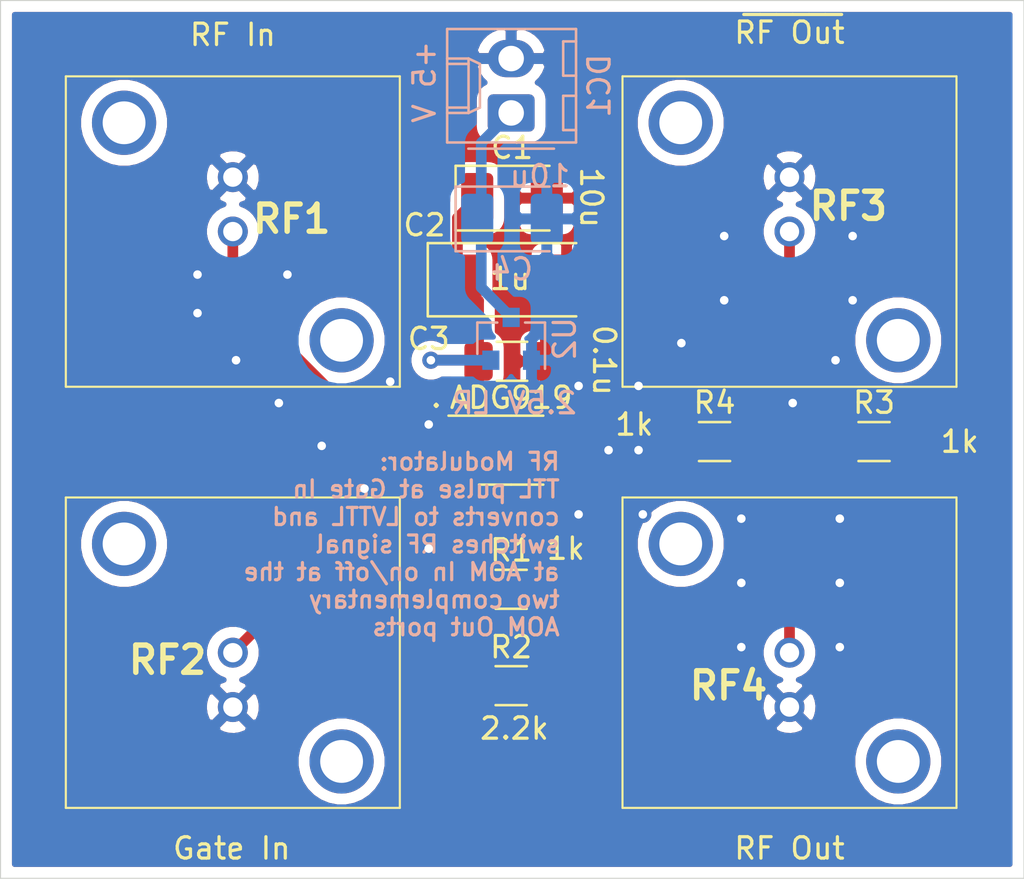
<source format=kicad_pcb>
(kicad_pcb (version 20171130) (host pcbnew "(5.1.10-1-10_14)")

  (general
    (thickness 1.6)
    (drawings 25)
    (tracks 68)
    (zones 0)
    (modules 15)
    (nets 9)
  )

  (page A4)
  (layers
    (0 F.Cu signal)
    (31 B.Cu signal)
    (32 B.Adhes user)
    (33 F.Adhes user)
    (34 B.Paste user)
    (35 F.Paste user)
    (36 B.SilkS user)
    (37 F.SilkS user)
    (38 B.Mask user)
    (39 F.Mask user)
    (40 Dwgs.User user)
    (41 Cmts.User user)
    (42 Eco1.User user)
    (43 Eco2.User user)
    (44 Edge.Cuts user)
    (45 Margin user)
    (46 B.CrtYd user)
    (47 F.CrtYd user)
    (48 B.Fab user)
    (49 F.Fab user)
  )

  (setup
    (last_trace_width 0.5)
    (user_trace_width 0.5)
    (trace_clearance 0.2)
    (zone_clearance 0.508)
    (zone_45_only no)
    (trace_min 0.2)
    (via_size 0.8)
    (via_drill 0.4)
    (via_min_size 0.4)
    (via_min_drill 0.3)
    (user_via 1 0.5)
    (user_via 5 3.2)
    (uvia_size 0.3)
    (uvia_drill 0.1)
    (uvias_allowed no)
    (uvia_min_size 0.2)
    (uvia_min_drill 0.1)
    (edge_width 0.05)
    (segment_width 0.2)
    (pcb_text_width 0.3)
    (pcb_text_size 1.5 1.5)
    (mod_edge_width 0.12)
    (mod_text_size 1 1)
    (mod_text_width 0.15)
    (pad_size 1.524 1.524)
    (pad_drill 0.762)
    (pad_to_mask_clearance 0)
    (aux_axis_origin 0 0)
    (visible_elements FFFFFF7F)
    (pcbplotparams
      (layerselection 0x010fc_ffffffff)
      (usegerberextensions false)
      (usegerberattributes true)
      (usegerberadvancedattributes true)
      (creategerberjobfile true)
      (excludeedgelayer true)
      (linewidth 0.100000)
      (plotframeref false)
      (viasonmask false)
      (mode 1)
      (useauxorigin false)
      (hpglpennumber 1)
      (hpglpenspeed 20)
      (hpglpendiameter 15.000000)
      (psnegative false)
      (psa4output false)
      (plotreference true)
      (plotvalue true)
      (plotinvisibletext false)
      (padsonsilk false)
      (subtractmaskfromsilk false)
      (outputformat 1)
      (mirror false)
      (drillshape 1)
      (scaleselection 1)
      (outputdirectory ""))
  )

  (net 0 "")
  (net 1 /VDD)
  (net 2 GND)
  (net 3 /AOMIN)
  (net 4 /MODIN)
  (net 5 /AOMOUT1)
  (net 6 /AOMOUT2)
  (net 7 /LVTTL)
  (net 8 "Net-(C4-Pad1)")

  (net_class Default "This is the default net class."
    (clearance 0.2)
    (trace_width 0.25)
    (via_dia 0.8)
    (via_drill 0.4)
    (uvia_dia 0.3)
    (uvia_drill 0.1)
    (add_net /AOMIN)
    (add_net /AOMOUT1)
    (add_net /AOMOUT2)
    (add_net /LVTTL)
    (add_net /MODIN)
    (add_net /VDD)
    (add_net GND)
    (add_net "Net-(C4-Pad1)")
  )

  (module Joshs_KiCAD_Footprints:03155391010 (layer F.Cu) (tedit 6179B636) (tstamp 6179A06A)
    (at 111.25 113 90)
    (descr 031-5539-1010-2)
    (tags Connector)
    (path /6177F8DF)
    (fp_text reference RF2 (at 2.2 -3.05 180) (layer F.SilkS)
      (effects (font (size 1.27 1.27) (thickness 0.254)))
    )
    (fp_text value "Mod Gate" (at 2.54 0 270) (layer F.SilkS) hide
      (effects (font (size 1.27 1.27) (thickness 0.254)))
    )
    (fp_text user %R (at 2.54 0 270) (layer F.Fab)
      (effects (font (size 1.27 1.27) (thickness 0.254)))
    )
    (fp_line (start -4.71 -7.8) (end 9.79 -7.8) (layer F.Fab) (width 0.2))
    (fp_line (start 9.79 -7.8) (end 9.79 7.8) (layer F.Fab) (width 0.2))
    (fp_line (start 9.79 7.8) (end -4.71 7.8) (layer F.Fab) (width 0.2))
    (fp_line (start -4.71 7.8) (end -4.71 -7.8) (layer F.Fab) (width 0.2))
    (fp_line (start -4.71 -7.8) (end 9.79 -7.8) (layer F.SilkS) (width 0.1))
    (fp_line (start 9.79 -7.8) (end 9.79 7.8) (layer F.SilkS) (width 0.1))
    (fp_line (start 9.79 7.8) (end -4.71 7.8) (layer F.SilkS) (width 0.1))
    (fp_line (start -4.71 7.8) (end -4.71 -7.8) (layer F.SilkS) (width 0.1))
    (fp_line (start -5.71 -8.8) (end 10.79 -8.8) (layer F.CrtYd) (width 0.1))
    (fp_line (start 10.79 -8.8) (end 10.79 8.8) (layer F.CrtYd) (width 0.1))
    (fp_line (start 10.79 8.8) (end -5.71 8.8) (layer F.CrtYd) (width 0.1))
    (fp_line (start -5.71 8.8) (end -5.71 -8.8) (layer F.CrtYd) (width 0.1))
    (pad MH2 thru_hole circle (at 7.62 -5.08 90) (size 3 3) (drill 2) (layers *.Cu *.Mask))
    (pad MH1 thru_hole circle (at -2.54 5.08 90) (size 3 3) (drill 2) (layers *.Cu *.Mask))
    (pad 1 thru_hole circle (at 2.54 0 90) (size 1.4 1.4) (drill 0.9) (layers *.Cu *.Mask)
      (net 4 /MODIN))
    (pad 2 thru_hole circle (at 0 0 90) (size 1.4 1.4) (drill 0.9) (layers *.Cu *.Mask)
      (net 2 GND))
    (model "/Users/joshrogers/OneDrive - The University of Manchester/Electronics/JoshsKiCADLibraries/SamacSys_Parts.3dshapes/031-5539-1010.stp"
      (at (xyz 0 0 0))
      (scale (xyz 1 1 1))
      (rotate (xyz 0 0 0))
    )
  )

  (module Connector_Molex:Molex_KK-254_AE-6410-02A_1x02_P2.54mm_Vertical (layer B.Cu) (tedit 5EA53D3B) (tstamp 61784D20)
    (at 124.25 85.25 90)
    (descr "Molex KK-254 Interconnect System, old/engineering part number: AE-6410-02A example for new part number: 22-27-2021, 2 Pins (http://www.molex.com/pdm_docs/sd/022272021_sd.pdf), generated with kicad-footprint-generator")
    (tags "connector Molex KK-254 vertical")
    (path /617816AF)
    (fp_text reference DC1 (at 1.27 4.12 270) (layer B.SilkS)
      (effects (font (size 1 1) (thickness 0.15)) (justify mirror))
    )
    (fp_text value VDD (at 1.27 -4.08 270) (layer B.Fab)
      (effects (font (size 1 1) (thickness 0.15)) (justify mirror))
    )
    (fp_text user %R (at 1.27 2.22 270) (layer B.Fab)
      (effects (font (size 1 1) (thickness 0.15)) (justify mirror))
    )
    (fp_line (start -1.27 2.92) (end -1.27 -2.88) (layer B.Fab) (width 0.1))
    (fp_line (start -1.27 -2.88) (end 3.81 -2.88) (layer B.Fab) (width 0.1))
    (fp_line (start 3.81 -2.88) (end 3.81 2.92) (layer B.Fab) (width 0.1))
    (fp_line (start 3.81 2.92) (end -1.27 2.92) (layer B.Fab) (width 0.1))
    (fp_line (start -1.38 3.03) (end -1.38 -2.99) (layer B.SilkS) (width 0.12))
    (fp_line (start -1.38 -2.99) (end 3.92 -2.99) (layer B.SilkS) (width 0.12))
    (fp_line (start 3.92 -2.99) (end 3.92 3.03) (layer B.SilkS) (width 0.12))
    (fp_line (start 3.92 3.03) (end -1.38 3.03) (layer B.SilkS) (width 0.12))
    (fp_line (start -1.67 2) (end -1.67 -2) (layer B.SilkS) (width 0.12))
    (fp_line (start -1.27 0.5) (end -0.562893 0) (layer B.Fab) (width 0.1))
    (fp_line (start -0.562893 0) (end -1.27 -0.5) (layer B.Fab) (width 0.1))
    (fp_line (start 0 -2.99) (end 0 -1.99) (layer B.SilkS) (width 0.12))
    (fp_line (start 0 -1.99) (end 2.54 -1.99) (layer B.SilkS) (width 0.12))
    (fp_line (start 2.54 -1.99) (end 2.54 -2.99) (layer B.SilkS) (width 0.12))
    (fp_line (start 0 -1.99) (end 0.25 -1.46) (layer B.SilkS) (width 0.12))
    (fp_line (start 0.25 -1.46) (end 2.29 -1.46) (layer B.SilkS) (width 0.12))
    (fp_line (start 2.29 -1.46) (end 2.54 -1.99) (layer B.SilkS) (width 0.12))
    (fp_line (start 0.25 -2.99) (end 0.25 -1.99) (layer B.SilkS) (width 0.12))
    (fp_line (start 2.29 -2.99) (end 2.29 -1.99) (layer B.SilkS) (width 0.12))
    (fp_line (start -0.8 3.03) (end -0.8 2.43) (layer B.SilkS) (width 0.12))
    (fp_line (start -0.8 2.43) (end 0.8 2.43) (layer B.SilkS) (width 0.12))
    (fp_line (start 0.8 2.43) (end 0.8 3.03) (layer B.SilkS) (width 0.12))
    (fp_line (start 1.74 3.03) (end 1.74 2.43) (layer B.SilkS) (width 0.12))
    (fp_line (start 1.74 2.43) (end 3.34 2.43) (layer B.SilkS) (width 0.12))
    (fp_line (start 3.34 2.43) (end 3.34 3.03) (layer B.SilkS) (width 0.12))
    (fp_line (start -1.77 3.42) (end -1.77 -3.38) (layer B.CrtYd) (width 0.05))
    (fp_line (start -1.77 -3.38) (end 4.31 -3.38) (layer B.CrtYd) (width 0.05))
    (fp_line (start 4.31 -3.38) (end 4.31 3.42) (layer B.CrtYd) (width 0.05))
    (fp_line (start 4.31 3.42) (end -1.77 3.42) (layer B.CrtYd) (width 0.05))
    (pad 2 thru_hole oval (at 2.54 0 90) (size 1.74 2.19) (drill 1.19) (layers *.Cu *.Mask)
      (net 2 GND))
    (pad 1 thru_hole roundrect (at 0 0 90) (size 1.74 2.19) (drill 1.19) (layers *.Cu *.Mask) (roundrect_rratio 0.143678)
      (net 8 "Net-(C4-Pad1)"))
    (model ${KISYS3DMOD}/Connector_Molex.3dshapes/Molex_KK-254_AE-6410-02A_1x02_P2.54mm_Vertical.wrl
      (at (xyz 0 0 0))
      (scale (xyz 1 1 1))
      (rotate (xyz 0 0 0))
    )
  )

  (module Resistor_SMD:R_1206_3216Metric_Pad1.30x1.75mm_HandSolder (layer F.Cu) (tedit 5F68FEEE) (tstamp 617867DD)
    (at 124.25 112 180)
    (descr "Resistor SMD 1206 (3216 Metric), square (rectangular) end terminal, IPC_7351 nominal with elongated pad for handsoldering. (Body size source: IPC-SM-782 page 72, https://www.pcb-3d.com/wordpress/wp-content/uploads/ipc-sm-782a_amendment_1_and_2.pdf), generated with kicad-footprint-generator")
    (tags "resistor handsolder")
    (path /617B1B3C)
    (attr smd)
    (fp_text reference R2 (at 0 1.8) (layer F.SilkS)
      (effects (font (size 1 1) (thickness 0.15)))
    )
    (fp_text value 2.2k (at 0 1.82) (layer F.Fab)
      (effects (font (size 1 1) (thickness 0.15)))
    )
    (fp_text user %R (at 0 0) (layer F.Fab)
      (effects (font (size 0.8 0.8) (thickness 0.12)))
    )
    (fp_line (start -1.6 0.8) (end -1.6 -0.8) (layer F.Fab) (width 0.1))
    (fp_line (start -1.6 -0.8) (end 1.6 -0.8) (layer F.Fab) (width 0.1))
    (fp_line (start 1.6 -0.8) (end 1.6 0.8) (layer F.Fab) (width 0.1))
    (fp_line (start 1.6 0.8) (end -1.6 0.8) (layer F.Fab) (width 0.1))
    (fp_line (start -0.727064 -0.91) (end 0.727064 -0.91) (layer F.SilkS) (width 0.12))
    (fp_line (start -0.727064 0.91) (end 0.727064 0.91) (layer F.SilkS) (width 0.12))
    (fp_line (start -2.45 1.12) (end -2.45 -1.12) (layer F.CrtYd) (width 0.05))
    (fp_line (start -2.45 -1.12) (end 2.45 -1.12) (layer F.CrtYd) (width 0.05))
    (fp_line (start 2.45 -1.12) (end 2.45 1.12) (layer F.CrtYd) (width 0.05))
    (fp_line (start 2.45 1.12) (end -2.45 1.12) (layer F.CrtYd) (width 0.05))
    (pad 2 smd roundrect (at 1.55 0 180) (size 1.3 1.75) (layers F.Cu F.Paste F.Mask) (roundrect_rratio 0.192308)
      (net 2 GND))
    (pad 1 smd roundrect (at -1.55 0 180) (size 1.3 1.75) (layers F.Cu F.Paste F.Mask) (roundrect_rratio 0.192308)
      (net 7 /LVTTL))
    (model ${KISYS3DMOD}/Resistor_SMD.3dshapes/R_1206_3216Metric.wrl
      (at (xyz 0 0 0))
      (scale (xyz 1 1 1))
      (rotate (xyz 0 0 0))
    )
  )

  (module Resistor_SMD:R_1206_3216Metric_Pad1.30x1.75mm_HandSolder (layer F.Cu) (tedit 5F68FEEE) (tstamp 61784D31)
    (at 124.25 107.5)
    (descr "Resistor SMD 1206 (3216 Metric), square (rectangular) end terminal, IPC_7351 nominal with elongated pad for handsoldering. (Body size source: IPC-SM-782 page 72, https://www.pcb-3d.com/wordpress/wp-content/uploads/ipc-sm-782a_amendment_1_and_2.pdf), generated with kicad-footprint-generator")
    (tags "resistor handsolder")
    (path /617B23BE)
    (attr smd)
    (fp_text reference R1 (at 0 -1.82) (layer F.SilkS)
      (effects (font (size 1 1) (thickness 0.15)))
    )
    (fp_text value 1k (at 0 1.82) (layer F.Fab)
      (effects (font (size 1 1) (thickness 0.15)))
    )
    (fp_text user %R (at 0 0) (layer F.Fab)
      (effects (font (size 0.8 0.8) (thickness 0.12)))
    )
    (fp_line (start -1.6 0.8) (end -1.6 -0.8) (layer F.Fab) (width 0.1))
    (fp_line (start -1.6 -0.8) (end 1.6 -0.8) (layer F.Fab) (width 0.1))
    (fp_line (start 1.6 -0.8) (end 1.6 0.8) (layer F.Fab) (width 0.1))
    (fp_line (start 1.6 0.8) (end -1.6 0.8) (layer F.Fab) (width 0.1))
    (fp_line (start -0.727064 -0.91) (end 0.727064 -0.91) (layer F.SilkS) (width 0.12))
    (fp_line (start -0.727064 0.91) (end 0.727064 0.91) (layer F.SilkS) (width 0.12))
    (fp_line (start -2.45 1.12) (end -2.45 -1.12) (layer F.CrtYd) (width 0.05))
    (fp_line (start -2.45 -1.12) (end 2.45 -1.12) (layer F.CrtYd) (width 0.05))
    (fp_line (start 2.45 -1.12) (end 2.45 1.12) (layer F.CrtYd) (width 0.05))
    (fp_line (start 2.45 1.12) (end -2.45 1.12) (layer F.CrtYd) (width 0.05))
    (pad 2 smd roundrect (at 1.55 0) (size 1.3 1.75) (layers F.Cu F.Paste F.Mask) (roundrect_rratio 0.192308)
      (net 7 /LVTTL))
    (pad 1 smd roundrect (at -1.55 0) (size 1.3 1.75) (layers F.Cu F.Paste F.Mask) (roundrect_rratio 0.192308)
      (net 4 /MODIN))
    (model ${KISYS3DMOD}/Resistor_SMD.3dshapes/R_1206_3216Metric.wrl
      (at (xyz 0 0 0))
      (scale (xyz 1 1 1))
      (rotate (xyz 0 0 0))
    )
  )

  (module Package_SO:MSOP-8_3x3mm_P0.65mm (layer F.Cu) (tedit 5E509FDD) (tstamp 61784DCA)
    (at 124.25 101)
    (descr "MSOP, 8 Pin (https://www.jedec.org/system/files/docs/mo-187F.pdf variant AA), generated with kicad-footprint-generator ipc_gullwing_generator.py")
    (tags "MSOP SO")
    (path /617862DC)
    (attr smd)
    (fp_text reference ADG919 (at 0 -2.45) (layer F.SilkS)
      (effects (font (size 1 1) (thickness 0.15)))
    )
    (fp_text value ADG919BRMZ (at 0 2.45) (layer F.Fab)
      (effects (font (size 1 1) (thickness 0.15)))
    )
    (fp_text user %R (at 0 0) (layer F.Fab)
      (effects (font (size 0.75 0.75) (thickness 0.11)))
    )
    (fp_line (start 0 1.61) (end 1.5 1.61) (layer F.SilkS) (width 0.12))
    (fp_line (start 0 1.61) (end -1.5 1.61) (layer F.SilkS) (width 0.12))
    (fp_line (start 0 -1.61) (end 1.5 -1.61) (layer F.SilkS) (width 0.12))
    (fp_line (start 0 -1.61) (end -2.925 -1.61) (layer F.SilkS) (width 0.12))
    (fp_line (start -0.75 -1.5) (end 1.5 -1.5) (layer F.Fab) (width 0.1))
    (fp_line (start 1.5 -1.5) (end 1.5 1.5) (layer F.Fab) (width 0.1))
    (fp_line (start 1.5 1.5) (end -1.5 1.5) (layer F.Fab) (width 0.1))
    (fp_line (start -1.5 1.5) (end -1.5 -0.75) (layer F.Fab) (width 0.1))
    (fp_line (start -1.5 -0.75) (end -0.75 -1.5) (layer F.Fab) (width 0.1))
    (fp_line (start -3.18 -1.75) (end -3.18 1.75) (layer F.CrtYd) (width 0.05))
    (fp_line (start -3.18 1.75) (end 3.18 1.75) (layer F.CrtYd) (width 0.05))
    (fp_line (start 3.18 1.75) (end 3.18 -1.75) (layer F.CrtYd) (width 0.05))
    (fp_line (start 3.18 -1.75) (end -3.18 -1.75) (layer F.CrtYd) (width 0.05))
    (pad 8 smd roundrect (at 2.1125 -0.975) (size 1.625 0.4) (layers F.Cu F.Paste F.Mask) (roundrect_rratio 0.25)
      (net 5 /AOMOUT1))
    (pad 7 smd roundrect (at 2.1125 -0.325) (size 1.625 0.4) (layers F.Cu F.Paste F.Mask) (roundrect_rratio 0.25)
      (net 2 GND))
    (pad 6 smd roundrect (at 2.1125 0.325) (size 1.625 0.4) (layers F.Cu F.Paste F.Mask) (roundrect_rratio 0.25)
      (net 2 GND))
    (pad 5 smd roundrect (at 2.1125 0.975) (size 1.625 0.4) (layers F.Cu F.Paste F.Mask) (roundrect_rratio 0.25)
      (net 6 /AOMOUT2))
    (pad 4 smd roundrect (at -2.1125 0.975) (size 1.625 0.4) (layers F.Cu F.Paste F.Mask) (roundrect_rratio 0.25)
      (net 3 /AOMIN))
    (pad 3 smd roundrect (at -2.1125 0.325) (size 1.625 0.4) (layers F.Cu F.Paste F.Mask) (roundrect_rratio 0.25)
      (net 2 GND))
    (pad 2 smd roundrect (at -2.1125 -0.325) (size 1.625 0.4) (layers F.Cu F.Paste F.Mask) (roundrect_rratio 0.25)
      (net 7 /LVTTL))
    (pad 1 smd roundrect (at -2.1125 -0.975) (size 1.625 0.4) (layers F.Cu F.Paste F.Mask) (roundrect_rratio 0.25)
      (net 1 /VDD))
    (model ${KISYS3DMOD}/Package_SO.3dshapes/MSOP-8_3x3mm_P0.65mm.wrl
      (at (xyz 0 0 0))
      (scale (xyz 1 1 1))
      (rotate (xyz 0 0 0))
    )
  )

  (module Joshs_KiCAD_Footprints:03155391010 (layer F.Cu) (tedit 6179B636) (tstamp 6179A056)
    (at 111.25 88.25 270)
    (descr 031-5539-1010-2)
    (tags Connector)
    (path /6177F0A8)
    (fp_text reference RF1 (at 1.95 -2.75) (layer F.SilkS)
      (effects (font (size 1.27 1.27) (thickness 0.254)))
    )
    (fp_text value "AOM IN" (at 2.54 0 90) (layer F.SilkS) hide
      (effects (font (size 1.27 1.27) (thickness 0.254)))
    )
    (fp_text user %R (at 2.54 0 90) (layer F.Fab)
      (effects (font (size 1.27 1.27) (thickness 0.254)))
    )
    (fp_line (start -4.71 -7.8) (end 9.79 -7.8) (layer F.Fab) (width 0.2))
    (fp_line (start 9.79 -7.8) (end 9.79 7.8) (layer F.Fab) (width 0.2))
    (fp_line (start 9.79 7.8) (end -4.71 7.8) (layer F.Fab) (width 0.2))
    (fp_line (start -4.71 7.8) (end -4.71 -7.8) (layer F.Fab) (width 0.2))
    (fp_line (start -4.71 -7.8) (end 9.79 -7.8) (layer F.SilkS) (width 0.1))
    (fp_line (start 9.79 -7.8) (end 9.79 7.8) (layer F.SilkS) (width 0.1))
    (fp_line (start 9.79 7.8) (end -4.71 7.8) (layer F.SilkS) (width 0.1))
    (fp_line (start -4.71 7.8) (end -4.71 -7.8) (layer F.SilkS) (width 0.1))
    (fp_line (start -5.71 -8.8) (end 10.79 -8.8) (layer F.CrtYd) (width 0.1))
    (fp_line (start 10.79 -8.8) (end 10.79 8.8) (layer F.CrtYd) (width 0.1))
    (fp_line (start 10.79 8.8) (end -5.71 8.8) (layer F.CrtYd) (width 0.1))
    (fp_line (start -5.71 8.8) (end -5.71 -8.8) (layer F.CrtYd) (width 0.1))
    (pad MH2 thru_hole circle (at 7.62 -5.08 270) (size 3 3) (drill 2) (layers *.Cu *.Mask))
    (pad MH1 thru_hole circle (at -2.54 5.08 270) (size 3 3) (drill 2) (layers *.Cu *.Mask))
    (pad 1 thru_hole circle (at 2.54 0 270) (size 1.4 1.4) (drill 0.9) (layers *.Cu *.Mask)
      (net 3 /AOMIN))
    (pad 2 thru_hole circle (at 0 0 270) (size 1.4 1.4) (drill 0.9) (layers *.Cu *.Mask)
      (net 2 GND))
    (model "/Users/joshrogers/OneDrive - The University of Manchester/Electronics/JoshsKiCADLibraries/SamacSys_Parts.3dshapes/031-5539-1010.stp"
      (at (xyz 0 0 0))
      (scale (xyz 1 1 1))
      (rotate (xyz 0 0 0))
    )
  )

  (module Joshs_KiCAD_Footprints:03155391010 (layer F.Cu) (tedit 6179B636) (tstamp 6179A07E)
    (at 137.25 88.25 270)
    (descr 031-5539-1010-2)
    (tags Connector)
    (path /6179DF6A)
    (fp_text reference RF3 (at 1.35 -2.75 180) (layer F.SilkS)
      (effects (font (size 1.27 1.27) (thickness 0.254)))
    )
    (fp_text value "AOM OUT2" (at 2.54 0 270) (layer F.SilkS) hide
      (effects (font (size 1.27 1.27) (thickness 0.254)))
    )
    (fp_text user %R (at 2.54 0 270) (layer F.Fab)
      (effects (font (size 1.27 1.27) (thickness 0.254)))
    )
    (fp_line (start -4.71 -7.8) (end 9.79 -7.8) (layer F.Fab) (width 0.2))
    (fp_line (start 9.79 -7.8) (end 9.79 7.8) (layer F.Fab) (width 0.2))
    (fp_line (start 9.79 7.8) (end -4.71 7.8) (layer F.Fab) (width 0.2))
    (fp_line (start -4.71 7.8) (end -4.71 -7.8) (layer F.Fab) (width 0.2))
    (fp_line (start -4.71 -7.8) (end 9.79 -7.8) (layer F.SilkS) (width 0.1))
    (fp_line (start 9.79 -7.8) (end 9.79 7.8) (layer F.SilkS) (width 0.1))
    (fp_line (start 9.79 7.8) (end -4.71 7.8) (layer F.SilkS) (width 0.1))
    (fp_line (start -4.71 7.8) (end -4.71 -7.8) (layer F.SilkS) (width 0.1))
    (fp_line (start -5.71 -8.8) (end 10.79 -8.8) (layer F.CrtYd) (width 0.1))
    (fp_line (start 10.79 -8.8) (end 10.79 8.8) (layer F.CrtYd) (width 0.1))
    (fp_line (start 10.79 8.8) (end -5.71 8.8) (layer F.CrtYd) (width 0.1))
    (fp_line (start -5.71 8.8) (end -5.71 -8.8) (layer F.CrtYd) (width 0.1))
    (pad MH2 thru_hole circle (at 7.62 -5.08 270) (size 3 3) (drill 2) (layers *.Cu *.Mask))
    (pad MH1 thru_hole circle (at -2.54 5.08 270) (size 3 3) (drill 2) (layers *.Cu *.Mask))
    (pad 1 thru_hole circle (at 2.54 0 270) (size 1.4 1.4) (drill 0.9) (layers *.Cu *.Mask)
      (net 5 /AOMOUT1))
    (pad 2 thru_hole circle (at 0 0 270) (size 1.4 1.4) (drill 0.9) (layers *.Cu *.Mask)
      (net 2 GND))
    (model "/Users/joshrogers/OneDrive - The University of Manchester/Electronics/JoshsKiCADLibraries/SamacSys_Parts.3dshapes/031-5539-1010.stp"
      (at (xyz 0 0 0))
      (scale (xyz 1 1 1))
      (rotate (xyz 0 0 0))
    )
  )

  (module Joshs_KiCAD_Footprints:03155391010 (layer F.Cu) (tedit 6179B636) (tstamp 6179A092)
    (at 137.25 113 90)
    (descr 031-5539-1010-2)
    (tags Connector)
    (path /6178016B)
    (fp_text reference RF4 (at 1 -2.85) (layer F.SilkS)
      (effects (font (size 1.27 1.27) (thickness 0.254)))
    )
    (fp_text value "AOM OUT1" (at 2.54 0 90) (layer F.SilkS) hide
      (effects (font (size 1.27 1.27) (thickness 0.254)))
    )
    (fp_text user %R (at 2.54 0 90) (layer F.Fab)
      (effects (font (size 1.27 1.27) (thickness 0.254)))
    )
    (fp_line (start -4.71 -7.8) (end 9.79 -7.8) (layer F.Fab) (width 0.2))
    (fp_line (start 9.79 -7.8) (end 9.79 7.8) (layer F.Fab) (width 0.2))
    (fp_line (start 9.79 7.8) (end -4.71 7.8) (layer F.Fab) (width 0.2))
    (fp_line (start -4.71 7.8) (end -4.71 -7.8) (layer F.Fab) (width 0.2))
    (fp_line (start -4.71 -7.8) (end 9.79 -7.8) (layer F.SilkS) (width 0.1))
    (fp_line (start 9.79 -7.8) (end 9.79 7.8) (layer F.SilkS) (width 0.1))
    (fp_line (start 9.79 7.8) (end -4.71 7.8) (layer F.SilkS) (width 0.1))
    (fp_line (start -4.71 7.8) (end -4.71 -7.8) (layer F.SilkS) (width 0.1))
    (fp_line (start -5.71 -8.8) (end 10.79 -8.8) (layer F.CrtYd) (width 0.1))
    (fp_line (start 10.79 -8.8) (end 10.79 8.8) (layer F.CrtYd) (width 0.1))
    (fp_line (start 10.79 8.8) (end -5.71 8.8) (layer F.CrtYd) (width 0.1))
    (fp_line (start -5.71 8.8) (end -5.71 -8.8) (layer F.CrtYd) (width 0.1))
    (pad MH2 thru_hole circle (at 7.62 -5.08 90) (size 3 3) (drill 2) (layers *.Cu *.Mask))
    (pad MH1 thru_hole circle (at -2.54 5.08 90) (size 3 3) (drill 2) (layers *.Cu *.Mask))
    (pad 1 thru_hole circle (at 2.54 0 90) (size 1.4 1.4) (drill 0.9) (layers *.Cu *.Mask)
      (net 6 /AOMOUT2))
    (pad 2 thru_hole circle (at 0 0 90) (size 1.4 1.4) (drill 0.9) (layers *.Cu *.Mask)
      (net 2 GND))
    (model "/Users/joshrogers/OneDrive - The University of Manchester/Electronics/JoshsKiCADLibraries/SamacSys_Parts.3dshapes/031-5539-1010.stp"
      (at (xyz 0 0 0))
      (scale (xyz 1 1 1))
      (rotate (xyz 0 0 0))
    )
  )

  (module Resistor_SMD:R_1206_3216Metric_Pad1.30x1.75mm_HandSolder (layer F.Cu) (tedit 5F68FEEE) (tstamp 6179BD18)
    (at 141.2 100.6)
    (descr "Resistor SMD 1206 (3216 Metric), square (rectangular) end terminal, IPC_7351 nominal with elongated pad for handsoldering. (Body size source: IPC-SM-782 page 72, https://www.pcb-3d.com/wordpress/wp-content/uploads/ipc-sm-782a_amendment_1_and_2.pdf), generated with kicad-footprint-generator")
    (tags "resistor handsolder")
    (path /6179FC7B)
    (attr smd)
    (fp_text reference R3 (at 0 -1.82) (layer F.SilkS)
      (effects (font (size 1 1) (thickness 0.15)))
    )
    (fp_text value 1k (at 0 1.82) (layer F.Fab)
      (effects (font (size 1 1) (thickness 0.15)))
    )
    (fp_text user %R (at 0 0) (layer F.Fab)
      (effects (font (size 0.8 0.8) (thickness 0.12)))
    )
    (fp_line (start -1.6 0.8) (end -1.6 -0.8) (layer F.Fab) (width 0.1))
    (fp_line (start -1.6 -0.8) (end 1.6 -0.8) (layer F.Fab) (width 0.1))
    (fp_line (start 1.6 -0.8) (end 1.6 0.8) (layer F.Fab) (width 0.1))
    (fp_line (start 1.6 0.8) (end -1.6 0.8) (layer F.Fab) (width 0.1))
    (fp_line (start -0.727064 -0.91) (end 0.727064 -0.91) (layer F.SilkS) (width 0.12))
    (fp_line (start -0.727064 0.91) (end 0.727064 0.91) (layer F.SilkS) (width 0.12))
    (fp_line (start -2.45 1.12) (end -2.45 -1.12) (layer F.CrtYd) (width 0.05))
    (fp_line (start -2.45 -1.12) (end 2.45 -1.12) (layer F.CrtYd) (width 0.05))
    (fp_line (start 2.45 -1.12) (end 2.45 1.12) (layer F.CrtYd) (width 0.05))
    (fp_line (start 2.45 1.12) (end -2.45 1.12) (layer F.CrtYd) (width 0.05))
    (pad 2 smd roundrect (at 1.55 0) (size 1.3 1.75) (layers F.Cu F.Paste F.Mask) (roundrect_rratio 0.192308)
      (net 2 GND))
    (pad 1 smd roundrect (at -1.55 0) (size 1.3 1.75) (layers F.Cu F.Paste F.Mask) (roundrect_rratio 0.192308)
      (net 6 /AOMOUT2))
    (model ${KISYS3DMOD}/Resistor_SMD.3dshapes/R_1206_3216Metric.wrl
      (at (xyz 0 0 0))
      (scale (xyz 1 1 1))
      (rotate (xyz 0 0 0))
    )
  )

  (module Resistor_SMD:R_1206_3216Metric_Pad1.30x1.75mm_HandSolder (layer F.Cu) (tedit 5F68FEEE) (tstamp 6179BD29)
    (at 133.75 100.6)
    (descr "Resistor SMD 1206 (3216 Metric), square (rectangular) end terminal, IPC_7351 nominal with elongated pad for handsoldering. (Body size source: IPC-SM-782 page 72, https://www.pcb-3d.com/wordpress/wp-content/uploads/ipc-sm-782a_amendment_1_and_2.pdf), generated with kicad-footprint-generator")
    (tags "resistor handsolder")
    (path /61785850)
    (attr smd)
    (fp_text reference R4 (at 0 -1.82) (layer F.SilkS)
      (effects (font (size 1 1) (thickness 0.15)))
    )
    (fp_text value 1k (at 0 1.82) (layer F.Fab)
      (effects (font (size 1 1) (thickness 0.15)))
    )
    (fp_text user %R (at 0 0) (layer F.Fab)
      (effects (font (size 0.8 0.8) (thickness 0.12)))
    )
    (fp_line (start -1.6 0.8) (end -1.6 -0.8) (layer F.Fab) (width 0.1))
    (fp_line (start -1.6 -0.8) (end 1.6 -0.8) (layer F.Fab) (width 0.1))
    (fp_line (start 1.6 -0.8) (end 1.6 0.8) (layer F.Fab) (width 0.1))
    (fp_line (start 1.6 0.8) (end -1.6 0.8) (layer F.Fab) (width 0.1))
    (fp_line (start -0.727064 -0.91) (end 0.727064 -0.91) (layer F.SilkS) (width 0.12))
    (fp_line (start -0.727064 0.91) (end 0.727064 0.91) (layer F.SilkS) (width 0.12))
    (fp_line (start -2.45 1.12) (end -2.45 -1.12) (layer F.CrtYd) (width 0.05))
    (fp_line (start -2.45 -1.12) (end 2.45 -1.12) (layer F.CrtYd) (width 0.05))
    (fp_line (start 2.45 -1.12) (end 2.45 1.12) (layer F.CrtYd) (width 0.05))
    (fp_line (start 2.45 1.12) (end -2.45 1.12) (layer F.CrtYd) (width 0.05))
    (pad 2 smd roundrect (at 1.55 0) (size 1.3 1.75) (layers F.Cu F.Paste F.Mask) (roundrect_rratio 0.192308)
      (net 2 GND))
    (pad 1 smd roundrect (at -1.55 0) (size 1.3 1.75) (layers F.Cu F.Paste F.Mask) (roundrect_rratio 0.192308)
      (net 5 /AOMOUT1))
    (model ${KISYS3DMOD}/Resistor_SMD.3dshapes/R_1206_3216Metric.wrl
      (at (xyz 0 0 0))
      (scale (xyz 1 1 1))
      (rotate (xyz 0 0 0))
    )
  )

  (module Package_TO_SOT_SMD:SOT-23 (layer B.Cu) (tedit 5A02FF57) (tstamp 617AB9EF)
    (at 124.25 95.8 90)
    (descr "SOT-23, Standard")
    (tags SOT-23)
    (path /617C8065)
    (attr smd)
    (fp_text reference U2 (at 0 2.5 90) (layer B.SilkS)
      (effects (font (size 1 1) (thickness 0.15)) (justify mirror))
    )
    (fp_text value 522-ZMR250FTA (at 0 -2.5 90) (layer B.Fab)
      (effects (font (size 1 1) (thickness 0.15)) (justify mirror))
    )
    (fp_text user %R (at 0 0 180) (layer B.Fab)
      (effects (font (size 0.5 0.5) (thickness 0.075)) (justify mirror))
    )
    (fp_line (start -0.7 0.95) (end -0.7 -1.5) (layer B.Fab) (width 0.1))
    (fp_line (start -0.15 1.52) (end 0.7 1.52) (layer B.Fab) (width 0.1))
    (fp_line (start -0.7 0.95) (end -0.15 1.52) (layer B.Fab) (width 0.1))
    (fp_line (start 0.7 1.52) (end 0.7 -1.52) (layer B.Fab) (width 0.1))
    (fp_line (start -0.7 -1.52) (end 0.7 -1.52) (layer B.Fab) (width 0.1))
    (fp_line (start 0.76 -1.58) (end 0.76 -0.65) (layer B.SilkS) (width 0.12))
    (fp_line (start 0.76 1.58) (end 0.76 0.65) (layer B.SilkS) (width 0.12))
    (fp_line (start -1.7 1.75) (end 1.7 1.75) (layer B.CrtYd) (width 0.05))
    (fp_line (start 1.7 1.75) (end 1.7 -1.75) (layer B.CrtYd) (width 0.05))
    (fp_line (start 1.7 -1.75) (end -1.7 -1.75) (layer B.CrtYd) (width 0.05))
    (fp_line (start -1.7 -1.75) (end -1.7 1.75) (layer B.CrtYd) (width 0.05))
    (fp_line (start 0.76 1.58) (end -1.4 1.58) (layer B.SilkS) (width 0.12))
    (fp_line (start 0.76 -1.58) (end -0.7 -1.58) (layer B.SilkS) (width 0.12))
    (pad 3 smd rect (at 1 0 90) (size 0.9 0.8) (layers B.Cu B.Paste B.Mask)
      (net 8 "Net-(C4-Pad1)"))
    (pad 2 smd rect (at -1 -0.95 90) (size 0.9 0.8) (layers B.Cu B.Paste B.Mask)
      (net 1 /VDD))
    (pad 1 smd rect (at -1 0.95 90) (size 0.9 0.8) (layers B.Cu B.Paste B.Mask)
      (net 2 GND))
    (model ${KISYS3DMOD}/Package_TO_SOT_SMD.3dshapes/SOT-23.wrl
      (at (xyz 0 0 0))
      (scale (xyz 1 1 1))
      (rotate (xyz 0 0 0))
    )
  )

  (module Capacitor_Tantalum_SMD:CP_EIA-3528-12_Kemet-T_Pad1.50x2.35mm_HandSolder (layer F.Cu) (tedit 5EBA9318) (tstamp 617ADA02)
    (at 124.29 89.23)
    (descr "Tantalum Capacitor SMD Kemet-T (3528-12 Metric), IPC_7351 nominal, (Body size from: http://www.kemet.com/Lists/ProductCatalog/Attachments/253/KEM_TC101_STD.pdf), generated with kicad-footprint-generator")
    (tags "capacitor tantalum")
    (path /6179BB0F)
    (attr smd)
    (fp_text reference C1 (at 0 -2.35) (layer F.SilkS)
      (effects (font (size 1 1) (thickness 0.15)))
    )
    (fp_text value 10u (at 0 2.35) (layer F.Fab)
      (effects (font (size 1 1) (thickness 0.15)))
    )
    (fp_line (start 2.62 1.65) (end -2.62 1.65) (layer F.CrtYd) (width 0.05))
    (fp_line (start 2.62 -1.65) (end 2.62 1.65) (layer F.CrtYd) (width 0.05))
    (fp_line (start -2.62 -1.65) (end 2.62 -1.65) (layer F.CrtYd) (width 0.05))
    (fp_line (start -2.62 1.65) (end -2.62 -1.65) (layer F.CrtYd) (width 0.05))
    (fp_line (start -2.635 1.51) (end 1.75 1.51) (layer F.SilkS) (width 0.12))
    (fp_line (start -2.635 -1.51) (end -2.635 1.51) (layer F.SilkS) (width 0.12))
    (fp_line (start 1.75 -1.51) (end -2.635 -1.51) (layer F.SilkS) (width 0.12))
    (fp_line (start 1.75 1.4) (end 1.75 -1.4) (layer F.Fab) (width 0.1))
    (fp_line (start -1.75 1.4) (end 1.75 1.4) (layer F.Fab) (width 0.1))
    (fp_line (start -1.75 -0.7) (end -1.75 1.4) (layer F.Fab) (width 0.1))
    (fp_line (start -1.05 -1.4) (end -1.75 -0.7) (layer F.Fab) (width 0.1))
    (fp_line (start 1.75 -1.4) (end -1.05 -1.4) (layer F.Fab) (width 0.1))
    (fp_text user %R (at 0 0) (layer F.Fab)
      (effects (font (size 0.88 0.88) (thickness 0.13)))
    )
    (pad 1 smd roundrect (at -1.625 0) (size 1.5 2.35) (layers F.Cu F.Paste F.Mask) (roundrect_rratio 0.166667)
      (net 1 /VDD))
    (pad 2 smd roundrect (at 1.625 0) (size 1.5 2.35) (layers F.Cu F.Paste F.Mask) (roundrect_rratio 0.166667)
      (net 2 GND))
    (model ${KISYS3DMOD}/Capacitor_Tantalum_SMD.3dshapes/CP_EIA-3528-12_Kemet-T.wrl
      (at (xyz 0 0 0))
      (scale (xyz 1 1 1))
      (rotate (xyz 0 0 0))
    )
  )

  (module Capacitor_Tantalum_SMD:CP_EIA-6032-15_Kemet-U_Pad2.25x2.35mm_HandSolder (layer F.Cu) (tedit 5EBA9318) (tstamp 617ADA14)
    (at 124.29 93.04)
    (descr "Tantalum Capacitor SMD Kemet-U (6032-15 Metric), IPC_7351 nominal, (Body size from: http://www.kemet.com/Lists/ProductCatalog/Attachments/253/KEM_TC101_STD.pdf), generated with kicad-footprint-generator")
    (tags "capacitor tantalum")
    (path /6179AC4B)
    (attr smd)
    (fp_text reference C2 (at -4.09 -2.55) (layer F.SilkS)
      (effects (font (size 1 1) (thickness 0.15)))
    )
    (fp_text value 1u (at 0 2.55) (layer F.Fab)
      (effects (font (size 1 1) (thickness 0.15)))
    )
    (fp_line (start 3.92 1.85) (end -3.92 1.85) (layer F.CrtYd) (width 0.05))
    (fp_line (start 3.92 -1.85) (end 3.92 1.85) (layer F.CrtYd) (width 0.05))
    (fp_line (start -3.92 -1.85) (end 3.92 -1.85) (layer F.CrtYd) (width 0.05))
    (fp_line (start -3.92 1.85) (end -3.92 -1.85) (layer F.CrtYd) (width 0.05))
    (fp_line (start -3.935 1.71) (end 3 1.71) (layer F.SilkS) (width 0.12))
    (fp_line (start -3.935 -1.71) (end -3.935 1.71) (layer F.SilkS) (width 0.12))
    (fp_line (start 3 -1.71) (end -3.935 -1.71) (layer F.SilkS) (width 0.12))
    (fp_line (start 3 1.6) (end 3 -1.6) (layer F.Fab) (width 0.1))
    (fp_line (start -3 1.6) (end 3 1.6) (layer F.Fab) (width 0.1))
    (fp_line (start -3 -0.8) (end -3 1.6) (layer F.Fab) (width 0.1))
    (fp_line (start -2.2 -1.6) (end -3 -0.8) (layer F.Fab) (width 0.1))
    (fp_line (start 3 -1.6) (end -2.2 -1.6) (layer F.Fab) (width 0.1))
    (fp_text user %R (at 0 0) (layer F.Fab)
      (effects (font (size 1 1) (thickness 0.15)))
    )
    (pad 1 smd roundrect (at -2.55 0) (size 2.25 2.35) (layers F.Cu F.Paste F.Mask) (roundrect_rratio 0.111111)
      (net 1 /VDD))
    (pad 2 smd roundrect (at 2.55 0) (size 2.25 2.35) (layers F.Cu F.Paste F.Mask) (roundrect_rratio 0.111111)
      (net 2 GND))
    (model ${KISYS3DMOD}/Capacitor_Tantalum_SMD.3dshapes/CP_EIA-6032-15_Kemet-U.wrl
      (at (xyz 0 0 0))
      (scale (xyz 1 1 1))
      (rotate (xyz 0 0 0))
    )
  )

  (module Capacitor_SMD:C_1206_3216Metric_Pad1.33x1.80mm_HandSolder (layer F.Cu) (tedit 5F68FEEF) (tstamp 617ADA26)
    (at 124.29 96.85)
    (descr "Capacitor SMD 1206 (3216 Metric), square (rectangular) end terminal, IPC_7351 nominal with elongated pad for handsoldering. (Body size source: IPC-SM-782 page 76, https://www.pcb-3d.com/wordpress/wp-content/uploads/ipc-sm-782a_amendment_1_and_2.pdf), generated with kicad-footprint-generator")
    (tags "capacitor handsolder")
    (path /6178231B)
    (attr smd)
    (fp_text reference C3 (at -3.89 -1.05) (layer F.SilkS)
      (effects (font (size 1 1) (thickness 0.15)))
    )
    (fp_text value 0.1u (at 0 1.85) (layer F.Fab)
      (effects (font (size 1 1) (thickness 0.15)))
    )
    (fp_line (start 2.48 1.15) (end -2.48 1.15) (layer F.CrtYd) (width 0.05))
    (fp_line (start 2.48 -1.15) (end 2.48 1.15) (layer F.CrtYd) (width 0.05))
    (fp_line (start -2.48 -1.15) (end 2.48 -1.15) (layer F.CrtYd) (width 0.05))
    (fp_line (start -2.48 1.15) (end -2.48 -1.15) (layer F.CrtYd) (width 0.05))
    (fp_line (start -0.711252 0.91) (end 0.711252 0.91) (layer F.SilkS) (width 0.12))
    (fp_line (start -0.711252 -0.91) (end 0.711252 -0.91) (layer F.SilkS) (width 0.12))
    (fp_line (start 1.6 0.8) (end -1.6 0.8) (layer F.Fab) (width 0.1))
    (fp_line (start 1.6 -0.8) (end 1.6 0.8) (layer F.Fab) (width 0.1))
    (fp_line (start -1.6 -0.8) (end 1.6 -0.8) (layer F.Fab) (width 0.1))
    (fp_line (start -1.6 0.8) (end -1.6 -0.8) (layer F.Fab) (width 0.1))
    (fp_text user %R (at 0 0) (layer F.Fab)
      (effects (font (size 0.8 0.8) (thickness 0.12)))
    )
    (pad 1 smd roundrect (at -1.5625 0) (size 1.325 1.8) (layers F.Cu F.Paste F.Mask) (roundrect_rratio 0.188679)
      (net 1 /VDD))
    (pad 2 smd roundrect (at 1.5625 0) (size 1.325 1.8) (layers F.Cu F.Paste F.Mask) (roundrect_rratio 0.188679)
      (net 2 GND))
    (model ${KISYS3DMOD}/Capacitor_SMD.3dshapes/C_1206_3216Metric.wrl
      (at (xyz 0 0 0))
      (scale (xyz 1 1 1))
      (rotate (xyz 0 0 0))
    )
  )

  (module Capacitor_Tantalum_SMD:CP_EIA-3528-12_Kemet-T_Pad1.50x2.35mm_HandSolder (layer B.Cu) (tedit 5EBA9318) (tstamp 617ADA36)
    (at 124.29 90.2)
    (descr "Tantalum Capacitor SMD Kemet-T (3528-12 Metric), IPC_7351 nominal, (Body size from: http://www.kemet.com/Lists/ProductCatalog/Attachments/253/KEM_TC101_STD.pdf), generated with kicad-footprint-generator")
    (tags "capacitor tantalum")
    (path /617D0AD0)
    (attr smd)
    (fp_text reference C4 (at 0 2.35) (layer B.SilkS)
      (effects (font (size 1 1) (thickness 0.15)) (justify mirror))
    )
    (fp_text value 10u (at 0 -2.35) (layer B.Fab)
      (effects (font (size 1 1) (thickness 0.15)) (justify mirror))
    )
    (fp_text user %R (at 0 0) (layer B.Fab)
      (effects (font (size 0.88 0.88) (thickness 0.13)) (justify mirror))
    )
    (fp_line (start 1.75 1.4) (end -1.05 1.4) (layer B.Fab) (width 0.1))
    (fp_line (start -1.05 1.4) (end -1.75 0.7) (layer B.Fab) (width 0.1))
    (fp_line (start -1.75 0.7) (end -1.75 -1.4) (layer B.Fab) (width 0.1))
    (fp_line (start -1.75 -1.4) (end 1.75 -1.4) (layer B.Fab) (width 0.1))
    (fp_line (start 1.75 -1.4) (end 1.75 1.4) (layer B.Fab) (width 0.1))
    (fp_line (start 1.75 1.51) (end -2.635 1.51) (layer B.SilkS) (width 0.12))
    (fp_line (start -2.635 1.51) (end -2.635 -1.51) (layer B.SilkS) (width 0.12))
    (fp_line (start -2.635 -1.51) (end 1.75 -1.51) (layer B.SilkS) (width 0.12))
    (fp_line (start -2.62 -1.65) (end -2.62 1.65) (layer B.CrtYd) (width 0.05))
    (fp_line (start -2.62 1.65) (end 2.62 1.65) (layer B.CrtYd) (width 0.05))
    (fp_line (start 2.62 1.65) (end 2.62 -1.65) (layer B.CrtYd) (width 0.05))
    (fp_line (start 2.62 -1.65) (end -2.62 -1.65) (layer B.CrtYd) (width 0.05))
    (pad 2 smd roundrect (at 1.625 0) (size 1.5 2.35) (layers B.Cu B.Paste B.Mask) (roundrect_rratio 0.166667)
      (net 2 GND))
    (pad 1 smd roundrect (at -1.625 0) (size 1.5 2.35) (layers B.Cu B.Paste B.Mask) (roundrect_rratio 0.166667)
      (net 8 "Net-(C4-Pad1)"))
    (model ${KISYS3DMOD}/Capacitor_Tantalum_SMD.3dshapes/CP_EIA-3528-12_Kemet-T.wrl
      (at (xyz 0 0 0))
      (scale (xyz 1 1 1))
      (rotate (xyz 0 0 0))
    )
  )

  (gr_text "2.5V LR" (at 124.4 98.8) (layer B.SilkS) (tstamp 617C18D0)
    (effects (font (size 1 1) (thickness 0.15)) (justify mirror))
  )
  (gr_text 10u (at 125.6 88.2) (layer B.SilkS) (tstamp 617AC727)
    (effects (font (size 1 1) (thickness 0.15)) (justify mirror))
  )
  (gr_circle (center 111.2 110.4) (end 118.45 110.4) (layer Dwgs.User) (width 0.15) (tstamp 617ABE50))
  (gr_circle (center 137.2 110.4) (end 144.45 110.4) (layer Dwgs.User) (width 0.15) (tstamp 617ABE4E))
  (gr_circle (center 111.2 90.8) (end 118.45 90.8) (layer Dwgs.User) (width 0.15) (tstamp 617ABE4C))
  (gr_circle (center 137.2 90.8) (end 144.45 90.8) (layer Dwgs.User) (width 0.15))
  (gr_text . (at 120.75 98.5) (layer F.SilkS) (tstamp 6179D2BB)
    (effects (font (size 1 1) (thickness 0.15)))
  )
  (gr_text 2.2k (at 124.4 114) (layer F.SilkS) (tstamp 6179D226)
    (effects (font (size 1 1) (thickness 0.15)))
  )
  (gr_text 1k (at 126.8 105.6) (layer F.SilkS) (tstamp 6179D222)
    (effects (font (size 1 1) (thickness 0.15)))
  )
  (gr_line (start 100.4 121) (end 100.4 80) (layer Edge.Cuts) (width 0.05) (tstamp 6179CDEE))
  (gr_line (start 148.2 121) (end 100.4 121) (layer Edge.Cuts) (width 0.05))
  (gr_line (start 148.2 80) (end 148.2 121) (layer Edge.Cuts) (width 0.05))
  (gr_line (start 100.4 80) (end 148.2 80) (layer Edge.Cuts) (width 0.05))
  (gr_text 10u (at 128 89.2 -90) (layer F.SilkS) (tstamp 6179CDB5)
    (effects (font (size 1 1) (thickness 0.15)))
  )
  (gr_text 1u (at 124.2 93) (layer F.SilkS) (tstamp 6179CDB1)
    (effects (font (size 1 1) (thickness 0.15)))
  )
  (gr_text "Gate In" (at 111.2 119.6) (layer F.SilkS) (tstamp 6179AC02)
    (effects (font (size 1 1) (thickness 0.15)))
  )
  (gr_text ______ (at 137.4 81.2 180) (layer F.SilkS) (tstamp 6179AB16)
    (effects (font (size 1 1) (thickness 0.15)))
  )
  (gr_text "RF Out" (at 137.25 81.5) (layer F.SilkS) (tstamp 6179AAF2)
    (effects (font (size 1 1) (thickness 0.15)))
  )
  (gr_text "RF Out" (at 137.25 119.6) (layer F.SilkS)
    (effects (font (size 1 1) (thickness 0.15)))
  )
  (gr_text "RF Modulator:\nTTL pulse at Gate In\nconverts to LVTTL and\nswitches RF signal\nat AOM In on/off at the\ntwo complementary \nAOM Out ports" (at 126.6 105.4) (layer B.SilkS)
    (effects (font (size 0.8 0.8) (thickness 0.15)) (justify left mirror))
  )
  (gr_text 0.1u (at 128.6 96.8 -90) (layer F.SilkS)
    (effects (font (size 1 1) (thickness 0.15)))
  )
  (gr_text 1k (at 130 99.8) (layer F.SilkS)
    (effects (font (size 1 1) (thickness 0.15)))
  )
  (gr_text 1k (at 145.2 100.6) (layer F.SilkS)
    (effects (font (size 1 1) (thickness 0.15)))
  )
  (gr_text "+5 V" (at 120.2 83.8 90) (layer B.SilkS)
    (effects (font (size 1 1) (thickness 0.15)) (justify mirror))
  )
  (gr_text "RF In" (at 111.25 81.6) (layer F.SilkS)
    (effects (font (size 1 1) (thickness 0.15)))
  )

  (via (at 120.5 96.8) (size 0.8) (drill 0.4) (layers F.Cu B.Cu) (net 1))
  (segment (start 122.5925 89.095) (end 122.7275 89.23) (width 0.25) (layer F.Cu) (net 1))
  (segment (start 122.3875 97.19) (end 122.7275 96.85) (width 0.25) (layer F.Cu) (net 1))
  (segment (start 123.3 96.8) (end 120.5 96.8) (width 0.5) (layer B.Cu) (net 1))
  (segment (start 122.8025 96.8) (end 122.8525 96.85) (width 0.5) (layer F.Cu) (net 1))
  (segment (start 120.5 96.8) (end 122.8025 96.8) (width 0.5) (layer F.Cu) (net 1))
  (segment (start 122.7275 99.38499) (end 122.1375 99.97499) (width 0.5) (layer F.Cu) (net 1))
  (segment (start 122.7275 96.85) (end 122.7275 99.38499) (width 0.5) (layer F.Cu) (net 1))
  (segment (start 122.7275 94.0275) (end 121.74 93.04) (width 0.5) (layer F.Cu) (net 1))
  (segment (start 122.7275 96.85) (end 122.7275 94.0275) (width 0.5) (layer F.Cu) (net 1))
  (segment (start 121.74 90.155) (end 122.665 89.23) (width 0.5) (layer F.Cu) (net 1))
  (segment (start 121.74 93.04) (end 121.74 90.155) (width 0.5) (layer F.Cu) (net 1))
  (segment (start 122.1375 101.325) (end 120.325 101.325) (width 0.25) (layer F.Cu) (net 2))
  (segment (start 120 101) (end 120.325 101.325) (width 0.25) (layer F.Cu) (net 2))
  (segment (start 126.3625 101.325) (end 127.675 101.325) (width 0.25) (layer F.Cu) (net 2))
  (segment (start 127.675 101.325) (end 128 101) (width 0.25) (layer F.Cu) (net 2))
  (segment (start 127.675 100.675) (end 126.3625 100.675) (width 0.25) (layer F.Cu) (net 2))
  (segment (start 128 101) (end 127.675 100.675) (width 0.25) (layer F.Cu) (net 2))
  (via (at 128.8 101) (size 0.8) (drill 0.4) (layers F.Cu B.Cu) (net 2))
  (via (at 130.2 101) (size 0.8) (drill 0.4) (layers F.Cu B.Cu) (net 2))
  (via (at 109.6 92.8) (size 0.8) (drill 0.4) (layers F.Cu B.Cu) (net 2))
  (via (at 109.6 94.6) (size 0.8) (drill 0.4) (layers F.Cu B.Cu) (net 2))
  (via (at 111.4 96.8) (size 0.8) (drill 0.4) (layers F.Cu B.Cu) (net 2))
  (via (at 113.4 98.8) (size 0.8) (drill 0.4) (layers F.Cu B.Cu) (net 2))
  (via (at 115.4 100.8) (size 0.8) (drill 0.4) (layers F.Cu B.Cu) (net 2))
  (via (at 117.4 102.8) (size 0.8) (drill 0.4) (layers F.Cu B.Cu) (net 2))
  (via (at 120.4 99.8) (size 0.8) (drill 0.4) (layers F.Cu B.Cu) (net 2))
  (via (at 118.6 97.8) (size 0.8) (drill 0.4) (layers F.Cu B.Cu) (net 2))
  (via (at 113.8 92.8) (size 0.8) (drill 0.4) (layers F.Cu B.Cu) (net 2))
  (via (at 127.4 98) (size 0.8) (drill 0.4) (layers F.Cu B.Cu) (net 2))
  (via (at 130.2 98) (size 0.8) (drill 0.4) (layers F.Cu B.Cu) (net 2))
  (via (at 132.2 96) (size 0.8) (drill 0.4) (layers F.Cu B.Cu) (net 2))
  (via (at 134.2 94) (size 0.8) (drill 0.4) (layers F.Cu B.Cu) (net 2))
  (via (at 140.2 94) (size 0.8) (drill 0.4) (layers F.Cu B.Cu) (net 2))
  (via (at 139.4 96.8) (size 0.8) (drill 0.4) (layers F.Cu B.Cu) (net 2))
  (via (at 137.4 98.8) (size 0.8) (drill 0.4) (layers F.Cu B.Cu) (net 2))
  (via (at 127.4 104) (size 0.8) (drill 0.4) (layers F.Cu B.Cu) (net 2))
  (via (at 130.4 104) (size 0.8) (drill 0.4) (layers F.Cu B.Cu) (net 2))
  (via (at 135 104.2) (size 0.8) (drill 0.4) (layers F.Cu B.Cu) (net 2))
  (via (at 135 107.2) (size 0.8) (drill 0.4) (layers F.Cu B.Cu) (net 2))
  (via (at 135 110.2) (size 0.8) (drill 0.4) (layers F.Cu B.Cu) (net 2))
  (via (at 139.6 110.2) (size 0.8) (drill 0.4) (layers F.Cu B.Cu) (net 2))
  (via (at 139.6 107.2) (size 0.8) (drill 0.4) (layers F.Cu B.Cu) (net 2))
  (via (at 139.6 104.2) (size 0.8) (drill 0.4) (layers F.Cu B.Cu) (net 2))
  (via (at 134.2 91) (size 0.8) (drill 0.4) (layers F.Cu B.Cu) (net 2))
  (via (at 140.2 91) (size 0.8) (drill 0.4) (layers F.Cu B.Cu) (net 2))
  (via (at 120.4 105.6) (size 0.8) (drill 0.4) (layers F.Cu B.Cu) (net 2))
  (segment (start 111.25 93.676002) (end 111.25 90.79) (width 0.5) (layer F.Cu) (net 3))
  (segment (start 119.548998 101.975) (end 111.25 93.676002) (width 0.5) (layer F.Cu) (net 3))
  (segment (start 122.1375 101.975) (end 119.548998 101.975) (width 0.5) (layer F.Cu) (net 3))
  (segment (start 111.25 110.46) (end 114.21 107.5) (width 0.5) (layer F.Cu) (net 4))
  (segment (start 114.21 107.5) (end 122.7 107.5) (width 0.5) (layer F.Cu) (net 4))
  (segment (start 131.625 100.025) (end 132.2 100.6) (width 0.5) (layer F.Cu) (net 5))
  (segment (start 126.3625 100.025) (end 131.625 100.025) (width 0.5) (layer F.Cu) (net 5))
  (segment (start 137.25 95.55) (end 132.2 100.6) (width 0.5) (layer F.Cu) (net 5))
  (segment (start 137.25 90.79) (end 137.25 95.55) (width 0.5) (layer F.Cu) (net 5))
  (segment (start 138.275 101.975) (end 139.65 100.6) (width 0.5) (layer F.Cu) (net 6))
  (segment (start 126.3625 101.975) (end 138.275 101.975) (width 0.5) (layer F.Cu) (net 6))
  (segment (start 137.25 103) (end 139.65 100.6) (width 0.5) (layer F.Cu) (net 6))
  (segment (start 137.25 110.46) (end 137.25 103) (width 0.5) (layer F.Cu) (net 6))
  (segment (start 125.8 112) (end 125.8 107.5) (width 0.5) (layer F.Cu) (net 7))
  (segment (start 122.1375 100.675) (end 123.925 100.675) (width 0.5) (layer F.Cu) (net 7))
  (segment (start 123.925 105.625) (end 125.8 107.5) (width 0.5) (layer F.Cu) (net 7))
  (segment (start 123.925 100.675) (end 123.925 105.625) (width 0.5) (layer F.Cu) (net 7))
  (segment (start 122.8525 93.4025) (end 124.25 94.8) (width 0.5) (layer B.Cu) (net 8))
  (segment (start 122.8525 90.2) (end 122.8525 93.4025) (width 0.5) (layer B.Cu) (net 8))
  (segment (start 122.8525 86.6475) (end 124.25 85.25) (width 0.5) (layer B.Cu) (net 8))
  (segment (start 122.8525 90.2) (end 122.8525 86.6475) (width 0.5) (layer B.Cu) (net 8))

  (zone (net 2) (net_name GND) (layer B.Cu) (tstamp 617C1703) (hatch edge 0.508)
    (connect_pads (clearance 0.508))
    (min_thickness 0.254)
    (fill yes (arc_segments 32) (thermal_gap 0.508) (thermal_bridge_width 0.508))
    (polygon
      (pts
        (xy 148.2 121) (xy 100.4 121) (xy 100.4 80) (xy 148.2 80)
      )
    )
    (filled_polygon
      (pts
        (xy 147.540001 120.34) (xy 101.06 120.34) (xy 101.06 115.329721) (xy 114.195 115.329721) (xy 114.195 115.750279)
        (xy 114.277047 116.162756) (xy 114.437988 116.551302) (xy 114.671637 116.900983) (xy 114.969017 117.198363) (xy 115.318698 117.432012)
        (xy 115.707244 117.592953) (xy 116.119721 117.675) (xy 116.540279 117.675) (xy 116.952756 117.592953) (xy 117.341302 117.432012)
        (xy 117.690983 117.198363) (xy 117.988363 116.900983) (xy 118.222012 116.551302) (xy 118.382953 116.162756) (xy 118.465 115.750279)
        (xy 118.465 115.329721) (xy 140.195 115.329721) (xy 140.195 115.750279) (xy 140.277047 116.162756) (xy 140.437988 116.551302)
        (xy 140.671637 116.900983) (xy 140.969017 117.198363) (xy 141.318698 117.432012) (xy 141.707244 117.592953) (xy 142.119721 117.675)
        (xy 142.540279 117.675) (xy 142.952756 117.592953) (xy 143.341302 117.432012) (xy 143.690983 117.198363) (xy 143.988363 116.900983)
        (xy 144.222012 116.551302) (xy 144.382953 116.162756) (xy 144.465 115.750279) (xy 144.465 115.329721) (xy 144.382953 114.917244)
        (xy 144.222012 114.528698) (xy 143.988363 114.179017) (xy 143.690983 113.881637) (xy 143.341302 113.647988) (xy 142.952756 113.487047)
        (xy 142.540279 113.405) (xy 142.119721 113.405) (xy 141.707244 113.487047) (xy 141.318698 113.647988) (xy 140.969017 113.881637)
        (xy 140.671637 114.179017) (xy 140.437988 114.528698) (xy 140.277047 114.917244) (xy 140.195 115.329721) (xy 118.465 115.329721)
        (xy 118.382953 114.917244) (xy 118.222012 114.528698) (xy 117.988363 114.179017) (xy 117.730615 113.921269) (xy 136.508336 113.921269)
        (xy 136.567797 114.155037) (xy 136.806242 114.265934) (xy 137.06174 114.328183) (xy 137.324473 114.33939) (xy 137.584344 114.299125)
        (xy 137.831366 114.208935) (xy 137.932203 114.155037) (xy 137.991664 113.921269) (xy 137.25 113.179605) (xy 136.508336 113.921269)
        (xy 117.730615 113.921269) (xy 117.690983 113.881637) (xy 117.341302 113.647988) (xy 116.952756 113.487047) (xy 116.540279 113.405)
        (xy 116.119721 113.405) (xy 115.707244 113.487047) (xy 115.318698 113.647988) (xy 114.969017 113.881637) (xy 114.671637 114.179017)
        (xy 114.437988 114.528698) (xy 114.277047 114.917244) (xy 114.195 115.329721) (xy 101.06 115.329721) (xy 101.06 113.921269)
        (xy 110.508336 113.921269) (xy 110.567797 114.155037) (xy 110.806242 114.265934) (xy 111.06174 114.328183) (xy 111.324473 114.33939)
        (xy 111.584344 114.299125) (xy 111.831366 114.208935) (xy 111.932203 114.155037) (xy 111.991664 113.921269) (xy 111.25 113.179605)
        (xy 110.508336 113.921269) (xy 101.06 113.921269) (xy 101.06 113.074473) (xy 109.91061 113.074473) (xy 109.950875 113.334344)
        (xy 110.041065 113.581366) (xy 110.094963 113.682203) (xy 110.328731 113.741664) (xy 111.070395 113) (xy 111.429605 113)
        (xy 112.171269 113.741664) (xy 112.405037 113.682203) (xy 112.515934 113.443758) (xy 112.578183 113.18826) (xy 112.583036 113.074473)
        (xy 135.91061 113.074473) (xy 135.950875 113.334344) (xy 136.041065 113.581366) (xy 136.094963 113.682203) (xy 136.328731 113.741664)
        (xy 137.070395 113) (xy 137.429605 113) (xy 138.171269 113.741664) (xy 138.405037 113.682203) (xy 138.515934 113.443758)
        (xy 138.578183 113.18826) (xy 138.58939 112.925527) (xy 138.549125 112.665656) (xy 138.458935 112.418634) (xy 138.405037 112.317797)
        (xy 138.171269 112.258336) (xy 137.429605 113) (xy 137.070395 113) (xy 136.328731 112.258336) (xy 136.094963 112.317797)
        (xy 135.984066 112.556242) (xy 135.921817 112.81174) (xy 135.91061 113.074473) (xy 112.583036 113.074473) (xy 112.58939 112.925527)
        (xy 112.549125 112.665656) (xy 112.458935 112.418634) (xy 112.405037 112.317797) (xy 112.171269 112.258336) (xy 111.429605 113)
        (xy 111.070395 113) (xy 110.328731 112.258336) (xy 110.094963 112.317797) (xy 109.984066 112.556242) (xy 109.921817 112.81174)
        (xy 109.91061 113.074473) (xy 101.06 113.074473) (xy 101.06 110.328514) (xy 109.915 110.328514) (xy 109.915 110.591486)
        (xy 109.966304 110.849405) (xy 110.066939 111.092359) (xy 110.213038 111.311013) (xy 110.398987 111.496962) (xy 110.617641 111.643061)
        (xy 110.831444 111.731621) (xy 110.668634 111.791065) (xy 110.567797 111.844963) (xy 110.508336 112.078731) (xy 111.25 112.820395)
        (xy 111.991664 112.078731) (xy 111.932203 111.844963) (xy 111.693758 111.734066) (xy 111.674173 111.729294) (xy 111.882359 111.643061)
        (xy 112.101013 111.496962) (xy 112.286962 111.311013) (xy 112.433061 111.092359) (xy 112.533696 110.849405) (xy 112.585 110.591486)
        (xy 112.585 110.328514) (xy 135.915 110.328514) (xy 135.915 110.591486) (xy 135.966304 110.849405) (xy 136.066939 111.092359)
        (xy 136.213038 111.311013) (xy 136.398987 111.496962) (xy 136.617641 111.643061) (xy 136.831444 111.731621) (xy 136.668634 111.791065)
        (xy 136.567797 111.844963) (xy 136.508336 112.078731) (xy 137.25 112.820395) (xy 137.991664 112.078731) (xy 137.932203 111.844963)
        (xy 137.693758 111.734066) (xy 137.674173 111.729294) (xy 137.882359 111.643061) (xy 138.101013 111.496962) (xy 138.286962 111.311013)
        (xy 138.433061 111.092359) (xy 138.533696 110.849405) (xy 138.585 110.591486) (xy 138.585 110.328514) (xy 138.533696 110.070595)
        (xy 138.433061 109.827641) (xy 138.286962 109.608987) (xy 138.101013 109.423038) (xy 137.882359 109.276939) (xy 137.639405 109.176304)
        (xy 137.381486 109.125) (xy 137.118514 109.125) (xy 136.860595 109.176304) (xy 136.617641 109.276939) (xy 136.398987 109.423038)
        (xy 136.213038 109.608987) (xy 136.066939 109.827641) (xy 135.966304 110.070595) (xy 135.915 110.328514) (xy 112.585 110.328514)
        (xy 112.533696 110.070595) (xy 112.433061 109.827641) (xy 112.286962 109.608987) (xy 112.101013 109.423038) (xy 111.882359 109.276939)
        (xy 111.639405 109.176304) (xy 111.381486 109.125) (xy 111.118514 109.125) (xy 110.860595 109.176304) (xy 110.617641 109.276939)
        (xy 110.398987 109.423038) (xy 110.213038 109.608987) (xy 110.066939 109.827641) (xy 109.966304 110.070595) (xy 109.915 110.328514)
        (xy 101.06 110.328514) (xy 101.06 105.169721) (xy 104.035 105.169721) (xy 104.035 105.590279) (xy 104.117047 106.002756)
        (xy 104.277988 106.391302) (xy 104.511637 106.740983) (xy 104.809017 107.038363) (xy 105.158698 107.272012) (xy 105.547244 107.432953)
        (xy 105.959721 107.515) (xy 106.380279 107.515) (xy 106.792756 107.432953) (xy 107.181302 107.272012) (xy 107.530983 107.038363)
        (xy 107.828363 106.740983) (xy 108.062012 106.391302) (xy 108.222953 106.002756) (xy 108.305 105.590279) (xy 108.305 105.169721)
        (xy 130.035 105.169721) (xy 130.035 105.590279) (xy 130.117047 106.002756) (xy 130.277988 106.391302) (xy 130.511637 106.740983)
        (xy 130.809017 107.038363) (xy 131.158698 107.272012) (xy 131.547244 107.432953) (xy 131.959721 107.515) (xy 132.380279 107.515)
        (xy 132.792756 107.432953) (xy 133.181302 107.272012) (xy 133.530983 107.038363) (xy 133.828363 106.740983) (xy 134.062012 106.391302)
        (xy 134.222953 106.002756) (xy 134.305 105.590279) (xy 134.305 105.169721) (xy 134.222953 104.757244) (xy 134.062012 104.368698)
        (xy 133.828363 104.019017) (xy 133.530983 103.721637) (xy 133.181302 103.487988) (xy 132.792756 103.327047) (xy 132.380279 103.245)
        (xy 131.959721 103.245) (xy 131.547244 103.327047) (xy 131.158698 103.487988) (xy 130.809017 103.721637) (xy 130.511637 104.019017)
        (xy 130.277988 104.368698) (xy 130.117047 104.757244) (xy 130.035 105.169721) (xy 108.305 105.169721) (xy 108.222953 104.757244)
        (xy 108.062012 104.368698) (xy 107.828363 104.019017) (xy 107.530983 103.721637) (xy 107.181302 103.487988) (xy 106.792756 103.327047)
        (xy 106.380279 103.245) (xy 105.959721 103.245) (xy 105.547244 103.327047) (xy 105.158698 103.487988) (xy 104.809017 103.721637)
        (xy 104.511637 104.019017) (xy 104.277988 104.368698) (xy 104.117047 104.757244) (xy 104.035 105.169721) (xy 101.06 105.169721)
        (xy 101.06 95.659721) (xy 114.195 95.659721) (xy 114.195 96.080279) (xy 114.277047 96.492756) (xy 114.437988 96.881302)
        (xy 114.671637 97.230983) (xy 114.969017 97.528363) (xy 115.318698 97.762012) (xy 115.707244 97.922953) (xy 116.119721 98.005)
        (xy 116.540279 98.005) (xy 116.952756 97.922953) (xy 117.341302 97.762012) (xy 117.690983 97.528363) (xy 117.988363 97.230983)
        (xy 118.222012 96.881302) (xy 118.297912 96.698061) (xy 119.465 96.698061) (xy 119.465 96.901939) (xy 119.504774 97.101898)
        (xy 119.582795 97.290256) (xy 119.696063 97.459774) (xy 119.840226 97.603937) (xy 120.009744 97.717205) (xy 120.198102 97.795226)
        (xy 120.398061 97.835) (xy 120.601939 97.835) (xy 120.801898 97.795226) (xy 120.990256 97.717205) (xy 121.038454 97.685)
        (xy 122.435532 97.685) (xy 122.448815 97.701185) (xy 122.545506 97.780537) (xy 122.65582 97.839502) (xy 122.775518 97.875812)
        (xy 122.9 97.888072) (xy 123.7 97.888072) (xy 123.824482 97.875812) (xy 123.94418 97.839502) (xy 124.054494 97.780537)
        (xy 124.151185 97.701185) (xy 124.230537 97.604494) (xy 124.25 97.568082) (xy 124.269463 97.604494) (xy 124.348815 97.701185)
        (xy 124.445506 97.780537) (xy 124.55582 97.839502) (xy 124.675518 97.875812) (xy 124.8 97.888072) (xy 124.91425 97.885)
        (xy 125.073 97.72625) (xy 125.073 96.927) (xy 125.327 96.927) (xy 125.327 97.72625) (xy 125.48575 97.885)
        (xy 125.6 97.888072) (xy 125.724482 97.875812) (xy 125.84418 97.839502) (xy 125.954494 97.780537) (xy 126.051185 97.701185)
        (xy 126.130537 97.604494) (xy 126.189502 97.49418) (xy 126.225812 97.374482) (xy 126.238072 97.25) (xy 126.235 97.08575)
        (xy 126.07625 96.927) (xy 125.327 96.927) (xy 125.073 96.927) (xy 125.053 96.927) (xy 125.053 96.673)
        (xy 125.073 96.673) (xy 125.073 95.87375) (xy 125.327 95.87375) (xy 125.327 96.673) (xy 126.07625 96.673)
        (xy 126.235 96.51425) (xy 126.238072 96.35) (xy 126.225812 96.225518) (xy 126.189502 96.10582) (xy 126.130537 95.995506)
        (xy 126.051185 95.898815) (xy 125.954494 95.819463) (xy 125.84418 95.760498) (xy 125.724482 95.724188) (xy 125.6 95.711928)
        (xy 125.48575 95.715) (xy 125.327 95.87375) (xy 125.073 95.87375) (xy 124.988393 95.789143) (xy 125.004494 95.780537)
        (xy 125.101185 95.701185) (xy 125.135213 95.659721) (xy 140.195 95.659721) (xy 140.195 96.080279) (xy 140.277047 96.492756)
        (xy 140.437988 96.881302) (xy 140.671637 97.230983) (xy 140.969017 97.528363) (xy 141.318698 97.762012) (xy 141.707244 97.922953)
        (xy 142.119721 98.005) (xy 142.540279 98.005) (xy 142.952756 97.922953) (xy 143.341302 97.762012) (xy 143.690983 97.528363)
        (xy 143.988363 97.230983) (xy 144.222012 96.881302) (xy 144.382953 96.492756) (xy 144.465 96.080279) (xy 144.465 95.659721)
        (xy 144.382953 95.247244) (xy 144.222012 94.858698) (xy 143.988363 94.509017) (xy 143.690983 94.211637) (xy 143.341302 93.977988)
        (xy 142.952756 93.817047) (xy 142.540279 93.735) (xy 142.119721 93.735) (xy 141.707244 93.817047) (xy 141.318698 93.977988)
        (xy 140.969017 94.211637) (xy 140.671637 94.509017) (xy 140.437988 94.858698) (xy 140.277047 95.247244) (xy 140.195 95.659721)
        (xy 125.135213 95.659721) (xy 125.180537 95.604494) (xy 125.239502 95.49418) (xy 125.275812 95.374482) (xy 125.288072 95.25)
        (xy 125.288072 94.35) (xy 125.275812 94.225518) (xy 125.239502 94.10582) (xy 125.180537 93.995506) (xy 125.101185 93.898815)
        (xy 125.004494 93.819463) (xy 124.89418 93.760498) (xy 124.774482 93.724188) (xy 124.65 93.711928) (xy 124.413507 93.711928)
        (xy 123.7375 93.035922) (xy 123.7375 91.798478) (xy 123.792962 91.752962) (xy 123.903405 91.618386) (xy 123.985472 91.46485)
        (xy 124.012727 91.375) (xy 124.526928 91.375) (xy 124.539188 91.499482) (xy 124.575498 91.61918) (xy 124.634463 91.729494)
        (xy 124.713815 91.826185) (xy 124.810506 91.905537) (xy 124.92082 91.964502) (xy 125.040518 92.000812) (xy 125.165 92.013072)
        (xy 125.62925 92.01) (xy 125.788 91.85125) (xy 125.788 90.327) (xy 126.042 90.327) (xy 126.042 91.85125)
        (xy 126.20075 92.01) (xy 126.665 92.013072) (xy 126.789482 92.000812) (xy 126.90918 91.964502) (xy 127.019494 91.905537)
        (xy 127.116185 91.826185) (xy 127.195537 91.729494) (xy 127.254502 91.61918) (xy 127.290812 91.499482) (xy 127.303072 91.375)
        (xy 127.300597 90.658514) (xy 135.915 90.658514) (xy 135.915 90.921486) (xy 135.966304 91.179405) (xy 136.066939 91.422359)
        (xy 136.213038 91.641013) (xy 136.398987 91.826962) (xy 136.617641 91.973061) (xy 136.860595 92.073696) (xy 137.118514 92.125)
        (xy 137.381486 92.125) (xy 137.639405 92.073696) (xy 137.882359 91.973061) (xy 138.101013 91.826962) (xy 138.286962 91.641013)
        (xy 138.433061 91.422359) (xy 138.533696 91.179405) (xy 138.585 90.921486) (xy 138.585 90.658514) (xy 138.533696 90.400595)
        (xy 138.433061 90.157641) (xy 138.286962 89.938987) (xy 138.101013 89.753038) (xy 137.882359 89.606939) (xy 137.668556 89.518379)
        (xy 137.831366 89.458935) (xy 137.932203 89.405037) (xy 137.991664 89.171269) (xy 137.25 88.429605) (xy 136.508336 89.171269)
        (xy 136.567797 89.405037) (xy 136.806242 89.515934) (xy 136.825827 89.520706) (xy 136.617641 89.606939) (xy 136.398987 89.753038)
        (xy 136.213038 89.938987) (xy 136.066939 90.157641) (xy 135.966304 90.400595) (xy 135.915 90.658514) (xy 127.300597 90.658514)
        (xy 127.3 90.48575) (xy 127.14125 90.327) (xy 126.042 90.327) (xy 125.788 90.327) (xy 124.68875 90.327)
        (xy 124.53 90.48575) (xy 124.526928 91.375) (xy 124.012727 91.375) (xy 124.036008 91.298254) (xy 124.053072 91.125)
        (xy 124.053072 89.275) (xy 124.036008 89.101746) (xy 124.012728 89.025) (xy 124.526928 89.025) (xy 124.53 89.91425)
        (xy 124.68875 90.073) (xy 125.788 90.073) (xy 125.788 88.54875) (xy 126.042 88.54875) (xy 126.042 90.073)
        (xy 127.14125 90.073) (xy 127.3 89.91425) (xy 127.303072 89.025) (xy 127.290812 88.900518) (xy 127.254502 88.78082)
        (xy 127.195537 88.670506) (xy 127.116185 88.573815) (xy 127.019494 88.494463) (xy 126.90918 88.435498) (xy 126.789482 88.399188)
        (xy 126.665 88.386928) (xy 126.20075 88.39) (xy 126.042 88.54875) (xy 125.788 88.54875) (xy 125.62925 88.39)
        (xy 125.165 88.386928) (xy 125.040518 88.399188) (xy 124.92082 88.435498) (xy 124.810506 88.494463) (xy 124.713815 88.573815)
        (xy 124.634463 88.670506) (xy 124.575498 88.78082) (xy 124.539188 88.900518) (xy 124.526928 89.025) (xy 124.012728 89.025)
        (xy 123.985472 88.93515) (xy 123.903405 88.781614) (xy 123.792962 88.647038) (xy 123.7375 88.601522) (xy 123.7375 88.324473)
        (xy 135.91061 88.324473) (xy 135.950875 88.584344) (xy 136.041065 88.831366) (xy 136.094963 88.932203) (xy 136.328731 88.991664)
        (xy 137.070395 88.25) (xy 137.429605 88.25) (xy 138.171269 88.991664) (xy 138.405037 88.932203) (xy 138.515934 88.693758)
        (xy 138.578183 88.43826) (xy 138.58939 88.175527) (xy 138.549125 87.915656) (xy 138.458935 87.668634) (xy 138.405037 87.567797)
        (xy 138.171269 87.508336) (xy 137.429605 88.25) (xy 137.070395 88.25) (xy 136.328731 87.508336) (xy 136.094963 87.567797)
        (xy 135.984066 87.806242) (xy 135.921817 88.06174) (xy 135.91061 88.324473) (xy 123.7375 88.324473) (xy 123.7375 87.014078)
        (xy 123.993506 86.758072) (xy 125.095001 86.758072) (xy 125.268255 86.741008) (xy 125.434851 86.690472) (xy 125.588387 86.608405)
        (xy 125.722962 86.497962) (xy 125.833405 86.363387) (xy 125.915472 86.209851) (xy 125.966008 86.043255) (xy 125.983072 85.870001)
        (xy 125.983072 85.499721) (xy 130.035 85.499721) (xy 130.035 85.920279) (xy 130.117047 86.332756) (xy 130.277988 86.721302)
        (xy 130.511637 87.070983) (xy 130.809017 87.368363) (xy 131.158698 87.602012) (xy 131.547244 87.762953) (xy 131.959721 87.845)
        (xy 132.380279 87.845) (xy 132.792756 87.762953) (xy 133.181302 87.602012) (xy 133.530983 87.368363) (xy 133.570615 87.328731)
        (xy 136.508336 87.328731) (xy 137.25 88.070395) (xy 137.991664 87.328731) (xy 137.932203 87.094963) (xy 137.693758 86.984066)
        (xy 137.43826 86.921817) (xy 137.175527 86.91061) (xy 136.915656 86.950875) (xy 136.668634 87.041065) (xy 136.567797 87.094963)
        (xy 136.508336 87.328731) (xy 133.570615 87.328731) (xy 133.828363 87.070983) (xy 134.062012 86.721302) (xy 134.222953 86.332756)
        (xy 134.305 85.920279) (xy 134.305 85.499721) (xy 134.222953 85.087244) (xy 134.062012 84.698698) (xy 133.828363 84.349017)
        (xy 133.530983 84.051637) (xy 133.181302 83.817988) (xy 132.792756 83.657047) (xy 132.380279 83.575) (xy 131.959721 83.575)
        (xy 131.547244 83.657047) (xy 131.158698 83.817988) (xy 130.809017 84.051637) (xy 130.511637 84.349017) (xy 130.277988 84.698698)
        (xy 130.117047 85.087244) (xy 130.035 85.499721) (xy 125.983072 85.499721) (xy 125.983072 84.629999) (xy 125.966008 84.456745)
        (xy 125.915472 84.290149) (xy 125.833405 84.136613) (xy 125.722962 84.002038) (xy 125.588387 83.891595) (xy 125.47941 83.833345)
        (xy 125.638306 83.676326) (xy 125.804474 83.430809) (xy 125.919551 83.157591) (xy 125.936302 83.070031) (xy 125.815246 82.837)
        (xy 124.377 82.837) (xy 124.377 82.857) (xy 124.123 82.857) (xy 124.123 82.837) (xy 122.684754 82.837)
        (xy 122.563698 83.070031) (xy 122.580449 83.157591) (xy 122.695526 83.430809) (xy 122.861694 83.676326) (xy 123.02059 83.833345)
        (xy 122.911613 83.891595) (xy 122.777038 84.002038) (xy 122.666595 84.136613) (xy 122.584528 84.290149) (xy 122.533992 84.456745)
        (xy 122.516928 84.629999) (xy 122.516928 85.731494) (xy 122.257451 85.990971) (xy 122.223684 86.018683) (xy 122.195971 86.052451)
        (xy 122.195968 86.052454) (xy 122.11309 86.153441) (xy 122.030912 86.307187) (xy 121.980305 86.47401) (xy 121.963219 86.6475)
        (xy 121.967501 86.690979) (xy 121.967501 88.411347) (xy 121.82515 88.454528) (xy 121.671614 88.536595) (xy 121.537038 88.647038)
        (xy 121.426595 88.781614) (xy 121.344528 88.93515) (xy 121.293992 89.101746) (xy 121.276928 89.275) (xy 121.276928 91.125)
        (xy 121.293992 91.298254) (xy 121.344528 91.46485) (xy 121.426595 91.618386) (xy 121.537038 91.752962) (xy 121.671614 91.863405)
        (xy 121.82515 91.945472) (xy 121.967501 91.988653) (xy 121.967501 93.359021) (xy 121.963219 93.4025) (xy 121.980305 93.57599)
        (xy 122.030912 93.742813) (xy 122.11309 93.896559) (xy 122.195968 93.997546) (xy 122.195971 93.997549) (xy 122.223684 94.031317)
        (xy 122.257451 94.059029) (xy 123.211928 95.013507) (xy 123.211928 95.25) (xy 123.224188 95.374482) (xy 123.260498 95.49418)
        (xy 123.319463 95.604494) (xy 123.398815 95.701185) (xy 123.411905 95.711928) (xy 122.9 95.711928) (xy 122.775518 95.724188)
        (xy 122.65582 95.760498) (xy 122.545506 95.819463) (xy 122.448815 95.898815) (xy 122.435532 95.915) (xy 121.038454 95.915)
        (xy 120.990256 95.882795) (xy 120.801898 95.804774) (xy 120.601939 95.765) (xy 120.398061 95.765) (xy 120.198102 95.804774)
        (xy 120.009744 95.882795) (xy 119.840226 95.996063) (xy 119.696063 96.140226) (xy 119.582795 96.309744) (xy 119.504774 96.498102)
        (xy 119.465 96.698061) (xy 118.297912 96.698061) (xy 118.382953 96.492756) (xy 118.465 96.080279) (xy 118.465 95.659721)
        (xy 118.382953 95.247244) (xy 118.222012 94.858698) (xy 117.988363 94.509017) (xy 117.690983 94.211637) (xy 117.341302 93.977988)
        (xy 116.952756 93.817047) (xy 116.540279 93.735) (xy 116.119721 93.735) (xy 115.707244 93.817047) (xy 115.318698 93.977988)
        (xy 114.969017 94.211637) (xy 114.671637 94.509017) (xy 114.437988 94.858698) (xy 114.277047 95.247244) (xy 114.195 95.659721)
        (xy 101.06 95.659721) (xy 101.06 90.658514) (xy 109.915 90.658514) (xy 109.915 90.921486) (xy 109.966304 91.179405)
        (xy 110.066939 91.422359) (xy 110.213038 91.641013) (xy 110.398987 91.826962) (xy 110.617641 91.973061) (xy 110.860595 92.073696)
        (xy 111.118514 92.125) (xy 111.381486 92.125) (xy 111.639405 92.073696) (xy 111.882359 91.973061) (xy 112.101013 91.826962)
        (xy 112.286962 91.641013) (xy 112.433061 91.422359) (xy 112.533696 91.179405) (xy 112.585 90.921486) (xy 112.585 90.658514)
        (xy 112.533696 90.400595) (xy 112.433061 90.157641) (xy 112.286962 89.938987) (xy 112.101013 89.753038) (xy 111.882359 89.606939)
        (xy 111.668556 89.518379) (xy 111.831366 89.458935) (xy 111.932203 89.405037) (xy 111.991664 89.171269) (xy 111.25 88.429605)
        (xy 110.508336 89.171269) (xy 110.567797 89.405037) (xy 110.806242 89.515934) (xy 110.825827 89.520706) (xy 110.617641 89.606939)
        (xy 110.398987 89.753038) (xy 110.213038 89.938987) (xy 110.066939 90.157641) (xy 109.966304 90.400595) (xy 109.915 90.658514)
        (xy 101.06 90.658514) (xy 101.06 88.324473) (xy 109.91061 88.324473) (xy 109.950875 88.584344) (xy 110.041065 88.831366)
        (xy 110.094963 88.932203) (xy 110.328731 88.991664) (xy 111.070395 88.25) (xy 111.429605 88.25) (xy 112.171269 88.991664)
        (xy 112.405037 88.932203) (xy 112.515934 88.693758) (xy 112.578183 88.43826) (xy 112.58939 88.175527) (xy 112.549125 87.915656)
        (xy 112.458935 87.668634) (xy 112.405037 87.567797) (xy 112.171269 87.508336) (xy 111.429605 88.25) (xy 111.070395 88.25)
        (xy 110.328731 87.508336) (xy 110.094963 87.567797) (xy 109.984066 87.806242) (xy 109.921817 88.06174) (xy 109.91061 88.324473)
        (xy 101.06 88.324473) (xy 101.06 85.499721) (xy 104.035 85.499721) (xy 104.035 85.920279) (xy 104.117047 86.332756)
        (xy 104.277988 86.721302) (xy 104.511637 87.070983) (xy 104.809017 87.368363) (xy 105.158698 87.602012) (xy 105.547244 87.762953)
        (xy 105.959721 87.845) (xy 106.380279 87.845) (xy 106.792756 87.762953) (xy 107.181302 87.602012) (xy 107.530983 87.368363)
        (xy 107.570615 87.328731) (xy 110.508336 87.328731) (xy 111.25 88.070395) (xy 111.991664 87.328731) (xy 111.932203 87.094963)
        (xy 111.693758 86.984066) (xy 111.43826 86.921817) (xy 111.175527 86.91061) (xy 110.915656 86.950875) (xy 110.668634 87.041065)
        (xy 110.567797 87.094963) (xy 110.508336 87.328731) (xy 107.570615 87.328731) (xy 107.828363 87.070983) (xy 108.062012 86.721302)
        (xy 108.222953 86.332756) (xy 108.305 85.920279) (xy 108.305 85.499721) (xy 108.222953 85.087244) (xy 108.062012 84.698698)
        (xy 107.828363 84.349017) (xy 107.530983 84.051637) (xy 107.181302 83.817988) (xy 106.792756 83.657047) (xy 106.380279 83.575)
        (xy 105.959721 83.575) (xy 105.547244 83.657047) (xy 105.158698 83.817988) (xy 104.809017 84.051637) (xy 104.511637 84.349017)
        (xy 104.277988 84.698698) (xy 104.117047 85.087244) (xy 104.035 85.499721) (xy 101.06 85.499721) (xy 101.06 82.349969)
        (xy 122.563698 82.349969) (xy 122.684754 82.583) (xy 124.123 82.583) (xy 124.123 81.359624) (xy 124.377 81.359624)
        (xy 124.377 82.583) (xy 125.815246 82.583) (xy 125.936302 82.349969) (xy 125.919551 82.262409) (xy 125.804474 81.989191)
        (xy 125.638306 81.743674) (xy 125.427433 81.535292) (xy 125.179958 81.372053) (xy 124.905392 81.260231) (xy 124.614286 81.204123)
        (xy 124.377 81.359624) (xy 124.123 81.359624) (xy 123.885714 81.204123) (xy 123.594608 81.260231) (xy 123.320042 81.372053)
        (xy 123.072567 81.535292) (xy 122.861694 81.743674) (xy 122.695526 81.989191) (xy 122.580449 82.262409) (xy 122.563698 82.349969)
        (xy 101.06 82.349969) (xy 101.06 80.66) (xy 147.54 80.66)
      )
    )
  )
  (zone (net 2) (net_name GND) (layer F.Cu) (tstamp 617C1700) (hatch edge 0.508)
    (connect_pads (clearance 0.508))
    (min_thickness 0.254)
    (fill yes (arc_segments 32) (thermal_gap 0.508) (thermal_bridge_width 0.508))
    (polygon
      (pts
        (xy 148.2 121) (xy 100.4 121) (xy 100.4 80) (xy 148.2 80)
      )
    )
    (filled_polygon
      (pts
        (xy 147.540001 120.34) (xy 101.06 120.34) (xy 101.06 115.329721) (xy 114.195 115.329721) (xy 114.195 115.750279)
        (xy 114.277047 116.162756) (xy 114.437988 116.551302) (xy 114.671637 116.900983) (xy 114.969017 117.198363) (xy 115.318698 117.432012)
        (xy 115.707244 117.592953) (xy 116.119721 117.675) (xy 116.540279 117.675) (xy 116.952756 117.592953) (xy 117.341302 117.432012)
        (xy 117.690983 117.198363) (xy 117.988363 116.900983) (xy 118.222012 116.551302) (xy 118.382953 116.162756) (xy 118.465 115.750279)
        (xy 118.465 115.329721) (xy 140.195 115.329721) (xy 140.195 115.750279) (xy 140.277047 116.162756) (xy 140.437988 116.551302)
        (xy 140.671637 116.900983) (xy 140.969017 117.198363) (xy 141.318698 117.432012) (xy 141.707244 117.592953) (xy 142.119721 117.675)
        (xy 142.540279 117.675) (xy 142.952756 117.592953) (xy 143.341302 117.432012) (xy 143.690983 117.198363) (xy 143.988363 116.900983)
        (xy 144.222012 116.551302) (xy 144.382953 116.162756) (xy 144.465 115.750279) (xy 144.465 115.329721) (xy 144.382953 114.917244)
        (xy 144.222012 114.528698) (xy 143.988363 114.179017) (xy 143.690983 113.881637) (xy 143.341302 113.647988) (xy 142.952756 113.487047)
        (xy 142.540279 113.405) (xy 142.119721 113.405) (xy 141.707244 113.487047) (xy 141.318698 113.647988) (xy 140.969017 113.881637)
        (xy 140.671637 114.179017) (xy 140.437988 114.528698) (xy 140.277047 114.917244) (xy 140.195 115.329721) (xy 118.465 115.329721)
        (xy 118.382953 114.917244) (xy 118.222012 114.528698) (xy 117.988363 114.179017) (xy 117.730615 113.921269) (xy 136.508336 113.921269)
        (xy 136.567797 114.155037) (xy 136.806242 114.265934) (xy 137.06174 114.328183) (xy 137.324473 114.33939) (xy 137.584344 114.299125)
        (xy 137.831366 114.208935) (xy 137.932203 114.155037) (xy 137.991664 113.921269) (xy 137.25 113.179605) (xy 136.508336 113.921269)
        (xy 117.730615 113.921269) (xy 117.690983 113.881637) (xy 117.341302 113.647988) (xy 116.952756 113.487047) (xy 116.540279 113.405)
        (xy 116.119721 113.405) (xy 115.707244 113.487047) (xy 115.318698 113.647988) (xy 114.969017 113.881637) (xy 114.671637 114.179017)
        (xy 114.437988 114.528698) (xy 114.277047 114.917244) (xy 114.195 115.329721) (xy 101.06 115.329721) (xy 101.06 113.921269)
        (xy 110.508336 113.921269) (xy 110.567797 114.155037) (xy 110.806242 114.265934) (xy 111.06174 114.328183) (xy 111.324473 114.33939)
        (xy 111.584344 114.299125) (xy 111.831366 114.208935) (xy 111.932203 114.155037) (xy 111.991664 113.921269) (xy 111.25 113.179605)
        (xy 110.508336 113.921269) (xy 101.06 113.921269) (xy 101.06 113.074473) (xy 109.91061 113.074473) (xy 109.950875 113.334344)
        (xy 110.041065 113.581366) (xy 110.094963 113.682203) (xy 110.328731 113.741664) (xy 111.070395 113) (xy 111.429605 113)
        (xy 112.171269 113.741664) (xy 112.405037 113.682203) (xy 112.515934 113.443758) (xy 112.578183 113.18826) (xy 112.58939 112.925527)
        (xy 112.581562 112.875) (xy 121.411928 112.875) (xy 121.424188 112.999482) (xy 121.460498 113.11918) (xy 121.519463 113.229494)
        (xy 121.598815 113.326185) (xy 121.695506 113.405537) (xy 121.80582 113.464502) (xy 121.925518 113.500812) (xy 122.05 113.513072)
        (xy 122.41425 113.51) (xy 122.573 113.35125) (xy 122.573 112.127) (xy 122.827 112.127) (xy 122.827 113.35125)
        (xy 122.98575 113.51) (xy 123.35 113.513072) (xy 123.474482 113.500812) (xy 123.59418 113.464502) (xy 123.704494 113.405537)
        (xy 123.801185 113.326185) (xy 123.880537 113.229494) (xy 123.939502 113.11918) (xy 123.975812 112.999482) (xy 123.988072 112.875)
        (xy 123.985 112.28575) (xy 123.82625 112.127) (xy 122.827 112.127) (xy 122.573 112.127) (xy 121.57375 112.127)
        (xy 121.415 112.28575) (xy 121.411928 112.875) (xy 112.581562 112.875) (xy 112.549125 112.665656) (xy 112.458935 112.418634)
        (xy 112.405037 112.317797) (xy 112.171269 112.258336) (xy 111.429605 113) (xy 111.070395 113) (xy 110.328731 112.258336)
        (xy 110.094963 112.317797) (xy 109.984066 112.556242) (xy 109.921817 112.81174) (xy 109.91061 113.074473) (xy 101.06 113.074473)
        (xy 101.06 105.169721) (xy 104.035 105.169721) (xy 104.035 105.590279) (xy 104.117047 106.002756) (xy 104.277988 106.391302)
        (xy 104.511637 106.740983) (xy 104.809017 107.038363) (xy 105.158698 107.272012) (xy 105.547244 107.432953) (xy 105.959721 107.515)
        (xy 106.380279 107.515) (xy 106.792756 107.432953) (xy 107.181302 107.272012) (xy 107.530983 107.038363) (xy 107.828363 106.740983)
        (xy 108.062012 106.391302) (xy 108.222953 106.002756) (xy 108.305 105.590279) (xy 108.305 105.169721) (xy 108.222953 104.757244)
        (xy 108.062012 104.368698) (xy 107.828363 104.019017) (xy 107.530983 103.721637) (xy 107.181302 103.487988) (xy 106.792756 103.327047)
        (xy 106.380279 103.245) (xy 105.959721 103.245) (xy 105.547244 103.327047) (xy 105.158698 103.487988) (xy 104.809017 103.721637)
        (xy 104.511637 104.019017) (xy 104.277988 104.368698) (xy 104.117047 104.757244) (xy 104.035 105.169721) (xy 101.06 105.169721)
        (xy 101.06 90.658514) (xy 109.915 90.658514) (xy 109.915 90.921486) (xy 109.966304 91.179405) (xy 110.066939 91.422359)
        (xy 110.213038 91.641013) (xy 110.365001 91.792976) (xy 110.365 93.632533) (xy 110.360719 93.676002) (xy 110.365 93.719471)
        (xy 110.365 93.719478) (xy 110.377805 93.849491) (xy 110.428411 94.016314) (xy 110.510589 94.17006) (xy 110.621183 94.304819)
        (xy 110.654956 94.332536) (xy 118.892468 102.570049) (xy 118.920181 102.603817) (xy 118.953949 102.63153) (xy 118.953951 102.631532)
        (xy 119.054939 102.714411) (xy 119.208684 102.796589) (xy 119.375508 102.847195) (xy 119.505521 102.86) (xy 119.505529 102.86)
        (xy 119.548998 102.864281) (xy 119.592467 102.86) (xy 122.180977 102.86) (xy 122.31099 102.847195) (xy 122.423477 102.813072)
        (xy 122.85 102.813072) (xy 122.993991 102.79889) (xy 123.04 102.784933) (xy 123.040001 105.581521) (xy 123.035719 105.625)
        (xy 123.052805 105.79849) (xy 123.103412 105.965313) (xy 123.115797 105.988484) (xy 123.1 105.986928) (xy 122.3 105.986928)
        (xy 122.126746 106.003992) (xy 121.96015 106.054528) (xy 121.806614 106.136595) (xy 121.672038 106.247038) (xy 121.561595 106.381614)
        (xy 121.479528 106.53515) (xy 121.455306 106.615) (xy 114.253465 106.615) (xy 114.209999 106.610719) (xy 114.166533 106.615)
        (xy 114.166523 106.615) (xy 114.03651 106.627805) (xy 113.869687 106.678411) (xy 113.715941 106.760589) (xy 113.715939 106.76059)
        (xy 113.71594 106.76059) (xy 113.614953 106.843468) (xy 113.614951 106.84347) (xy 113.581183 106.871183) (xy 113.55347 106.904951)
        (xy 111.333422 109.125) (xy 111.118514 109.125) (xy 110.860595 109.176304) (xy 110.617641 109.276939) (xy 110.398987 109.423038)
        (xy 110.213038 109.608987) (xy 110.066939 109.827641) (xy 109.966304 110.070595) (xy 109.915 110.328514) (xy 109.915 110.591486)
        (xy 109.966304 110.849405) (xy 110.066939 111.092359) (xy 110.213038 111.311013) (xy 110.398987 111.496962) (xy 110.617641 111.643061)
        (xy 110.831444 111.731621) (xy 110.668634 111.791065) (xy 110.567797 111.844963) (xy 110.508336 112.078731) (xy 111.25 112.820395)
        (xy 111.991664 112.078731) (xy 111.932203 111.844963) (xy 111.693758 111.734066) (xy 111.674173 111.729294) (xy 111.882359 111.643061)
        (xy 112.101013 111.496962) (xy 112.286962 111.311013) (xy 112.411251 111.125) (xy 121.411928 111.125) (xy 121.415 111.71425)
        (xy 121.57375 111.873) (xy 122.573 111.873) (xy 122.573 110.64875) (xy 122.827 110.64875) (xy 122.827 111.873)
        (xy 123.82625 111.873) (xy 123.985 111.71425) (xy 123.988072 111.125) (xy 123.975812 111.000518) (xy 123.939502 110.88082)
        (xy 123.880537 110.770506) (xy 123.801185 110.673815) (xy 123.704494 110.594463) (xy 123.59418 110.535498) (xy 123.474482 110.499188)
        (xy 123.35 110.486928) (xy 122.98575 110.49) (xy 122.827 110.64875) (xy 122.573 110.64875) (xy 122.41425 110.49)
        (xy 122.05 110.486928) (xy 121.925518 110.499188) (xy 121.80582 110.535498) (xy 121.695506 110.594463) (xy 121.598815 110.673815)
        (xy 121.519463 110.770506) (xy 121.460498 110.88082) (xy 121.424188 111.000518) (xy 121.411928 111.125) (xy 112.411251 111.125)
        (xy 112.433061 111.092359) (xy 112.533696 110.849405) (xy 112.585 110.591486) (xy 112.585 110.376578) (xy 114.576579 108.385)
        (xy 121.455306 108.385) (xy 121.479528 108.46485) (xy 121.561595 108.618386) (xy 121.672038 108.752962) (xy 121.806614 108.863405)
        (xy 121.96015 108.945472) (xy 122.126746 108.996008) (xy 122.3 109.013072) (xy 123.1 109.013072) (xy 123.273254 108.996008)
        (xy 123.43985 108.945472) (xy 123.593386 108.863405) (xy 123.727962 108.752962) (xy 123.838405 108.618386) (xy 123.920472 108.46485)
        (xy 123.971008 108.298254) (xy 123.988072 108.125) (xy 123.988072 106.93965) (xy 124.511928 107.463507) (xy 124.511928 108.125)
        (xy 124.528992 108.298254) (xy 124.579528 108.46485) (xy 124.661595 108.618386) (xy 124.772038 108.752962) (xy 124.906614 108.863405)
        (xy 124.915001 108.867888) (xy 124.915 110.632112) (xy 124.906614 110.636595) (xy 124.772038 110.747038) (xy 124.661595 110.881614)
        (xy 124.579528 111.03515) (xy 124.528992 111.201746) (xy 124.511928 111.375) (xy 124.511928 112.625) (xy 124.528992 112.798254)
        (xy 124.579528 112.96485) (xy 124.661595 113.118386) (xy 124.772038 113.252962) (xy 124.906614 113.363405) (xy 125.06015 113.445472)
        (xy 125.226746 113.496008) (xy 125.4 113.513072) (xy 126.2 113.513072) (xy 126.373254 113.496008) (xy 126.53985 113.445472)
        (xy 126.693386 113.363405) (xy 126.827962 113.252962) (xy 126.938405 113.118386) (xy 126.961877 113.074473) (xy 135.91061 113.074473)
        (xy 135.950875 113.334344) (xy 136.041065 113.581366) (xy 136.094963 113.682203) (xy 136.328731 113.741664) (xy 137.070395 113)
        (xy 137.429605 113) (xy 138.171269 113.741664) (xy 138.405037 113.682203) (xy 138.515934 113.443758) (xy 138.578183 113.18826)
        (xy 138.58939 112.925527) (xy 138.549125 112.665656) (xy 138.458935 112.418634) (xy 138.405037 112.317797) (xy 138.171269 112.258336)
        (xy 137.429605 113) (xy 137.070395 113) (xy 136.328731 112.258336) (xy 136.094963 112.317797) (xy 135.984066 112.556242)
        (xy 135.921817 112.81174) (xy 135.91061 113.074473) (xy 126.961877 113.074473) (xy 127.020472 112.96485) (xy 127.071008 112.798254)
        (xy 127.088072 112.625) (xy 127.088072 111.375) (xy 127.071008 111.201746) (xy 127.020472 111.03515) (xy 126.938405 110.881614)
        (xy 126.827962 110.747038) (xy 126.693386 110.636595) (xy 126.685 110.632113) (xy 126.685 108.867887) (xy 126.693386 108.863405)
        (xy 126.827962 108.752962) (xy 126.938405 108.618386) (xy 127.020472 108.46485) (xy 127.071008 108.298254) (xy 127.088072 108.125)
        (xy 127.088072 106.875) (xy 127.071008 106.701746) (xy 127.020472 106.53515) (xy 126.938405 106.381614) (xy 126.827962 106.247038)
        (xy 126.693386 106.136595) (xy 126.53985 106.054528) (xy 126.373254 106.003992) (xy 126.2 105.986928) (xy 125.538507 105.986928)
        (xy 124.81 105.258422) (xy 124.81 105.169721) (xy 130.035 105.169721) (xy 130.035 105.590279) (xy 130.117047 106.002756)
        (xy 130.277988 106.391302) (xy 130.511637 106.740983) (xy 130.809017 107.038363) (xy 131.158698 107.272012) (xy 131.547244 107.432953)
        (xy 131.959721 107.515) (xy 132.380279 107.515) (xy 132.792756 107.432953) (xy 133.181302 107.272012) (xy 133.530983 107.038363)
        (xy 133.828363 106.740983) (xy 134.062012 106.391302) (xy 134.222953 106.002756) (xy 134.305 105.590279) (xy 134.305 105.169721)
        (xy 134.222953 104.757244) (xy 134.062012 104.368698) (xy 133.828363 104.019017) (xy 133.530983 103.721637) (xy 133.181302 103.487988)
        (xy 132.792756 103.327047) (xy 132.380279 103.245) (xy 131.959721 103.245) (xy 131.547244 103.327047) (xy 131.158698 103.487988)
        (xy 130.809017 103.721637) (xy 130.511637 104.019017) (xy 130.277988 104.368698) (xy 130.117047 104.757244) (xy 130.035 105.169721)
        (xy 124.81 105.169721) (xy 124.81 100.718477) (xy 124.814282 100.675) (xy 124.797195 100.50151) (xy 124.746589 100.334687)
        (xy 124.664411 100.180941) (xy 124.553817 100.046183) (xy 124.419059 99.935589) (xy 124.399249 99.925) (xy 124.911928 99.925)
        (xy 124.911928 100.125) (xy 124.92611 100.268991) (xy 124.937363 100.306088) (xy 124.925999 100.34174) (xy 124.915 100.44325)
        (xy 125.07375 100.602) (xy 125.091259 100.602) (xy 125.128104 100.646896) (xy 125.129562 100.648092) (xy 125.105197 100.667522)
        (xy 125.024495 100.763089) (xy 124.982276 100.839474) (xy 124.915 100.90675) (xy 124.925104 101) (xy 124.915 101.09325)
        (xy 124.982276 101.160526) (xy 125.024495 101.236911) (xy 125.105197 101.332478) (xy 125.129562 101.351908) (xy 125.128104 101.353104)
        (xy 125.091259 101.398) (xy 125.07375 101.398) (xy 124.915 101.55675) (xy 124.925999 101.65826) (xy 124.937363 101.693912)
        (xy 124.92611 101.731009) (xy 124.911928 101.875) (xy 124.911928 102.075) (xy 124.92611 102.218991) (xy 124.96811 102.357448)
        (xy 125.036316 102.485051) (xy 125.128104 102.596896) (xy 125.239949 102.688684) (xy 125.367552 102.75689) (xy 125.506009 102.79889)
        (xy 125.65 102.813072) (xy 126.076523 102.813072) (xy 126.18901 102.847195) (xy 126.319023 102.86) (xy 136.374507 102.86)
        (xy 136.360719 103) (xy 136.365001 103.043479) (xy 136.365 109.457025) (xy 136.213038 109.608987) (xy 136.066939 109.827641)
        (xy 135.966304 110.070595) (xy 135.915 110.328514) (xy 135.915 110.591486) (xy 135.966304 110.849405) (xy 136.066939 111.092359)
        (xy 136.213038 111.311013) (xy 136.398987 111.496962) (xy 136.617641 111.643061) (xy 136.831444 111.731621) (xy 136.668634 111.791065)
        (xy 136.567797 111.844963) (xy 136.508336 112.078731) (xy 137.25 112.820395) (xy 137.991664 112.078731) (xy 137.932203 111.844963)
        (xy 137.693758 111.734066) (xy 137.674173 111.729294) (xy 137.882359 111.643061) (xy 138.101013 111.496962) (xy 138.286962 111.311013)
        (xy 138.433061 111.092359) (xy 138.533696 110.849405) (xy 138.585 110.591486) (xy 138.585 110.328514) (xy 138.533696 110.070595)
        (xy 138.433061 109.827641) (xy 138.286962 109.608987) (xy 138.135 109.457025) (xy 138.135 103.366578) (xy 138.870046 102.631532)
        (xy 138.903817 102.603817) (xy 138.931532 102.570046) (xy 139.388507 102.113072) (xy 140.05 102.113072) (xy 140.223254 102.096008)
        (xy 140.38985 102.045472) (xy 140.543386 101.963405) (xy 140.677962 101.852962) (xy 140.788405 101.718386) (xy 140.870472 101.56485)
        (xy 140.897727 101.475) (xy 141.461928 101.475) (xy 141.474188 101.599482) (xy 141.510498 101.71918) (xy 141.569463 101.829494)
        (xy 141.648815 101.926185) (xy 141.745506 102.005537) (xy 141.85582 102.064502) (xy 141.975518 102.100812) (xy 142.1 102.113072)
        (xy 142.46425 102.11) (xy 142.623 101.95125) (xy 142.623 100.727) (xy 142.877 100.727) (xy 142.877 101.95125)
        (xy 143.03575 102.11) (xy 143.4 102.113072) (xy 143.524482 102.100812) (xy 143.64418 102.064502) (xy 143.754494 102.005537)
        (xy 143.851185 101.926185) (xy 143.930537 101.829494) (xy 143.989502 101.71918) (xy 144.025812 101.599482) (xy 144.038072 101.475)
        (xy 144.035 100.88575) (xy 143.87625 100.727) (xy 142.877 100.727) (xy 142.623 100.727) (xy 141.62375 100.727)
        (xy 141.465 100.88575) (xy 141.461928 101.475) (xy 140.897727 101.475) (xy 140.921008 101.398254) (xy 140.938072 101.225)
        (xy 140.938072 99.975) (xy 140.921008 99.801746) (xy 140.897728 99.725) (xy 141.461928 99.725) (xy 141.465 100.31425)
        (xy 141.62375 100.473) (xy 142.623 100.473) (xy 142.623 99.24875) (xy 142.877 99.24875) (xy 142.877 100.473)
        (xy 143.87625 100.473) (xy 144.035 100.31425) (xy 144.038072 99.725) (xy 144.025812 99.600518) (xy 143.989502 99.48082)
        (xy 143.930537 99.370506) (xy 143.851185 99.273815) (xy 143.754494 99.194463) (xy 143.64418 99.135498) (xy 143.524482 99.099188)
        (xy 143.4 99.086928) (xy 143.03575 99.09) (xy 142.877 99.24875) (xy 142.623 99.24875) (xy 142.46425 99.09)
        (xy 142.1 99.086928) (xy 141.975518 99.099188) (xy 141.85582 99.135498) (xy 141.745506 99.194463) (xy 141.648815 99.273815)
        (xy 141.569463 99.370506) (xy 141.510498 99.48082) (xy 141.474188 99.600518) (xy 141.461928 99.725) (xy 140.897728 99.725)
        (xy 140.870472 99.63515) (xy 140.788405 99.481614) (xy 140.677962 99.347038) (xy 140.543386 99.236595) (xy 140.38985 99.154528)
        (xy 140.223254 99.103992) (xy 140.05 99.086928) (xy 139.25 99.086928) (xy 139.076746 99.103992) (xy 138.91015 99.154528)
        (xy 138.756614 99.236595) (xy 138.622038 99.347038) (xy 138.511595 99.481614) (xy 138.429528 99.63515) (xy 138.378992 99.801746)
        (xy 138.361928 99.975) (xy 138.361928 100.636493) (xy 137.908421 101.09) (xy 136.586065 101.09) (xy 136.585 100.88575)
        (xy 136.42625 100.727) (xy 135.427 100.727) (xy 135.427 100.747) (xy 135.173 100.747) (xy 135.173 100.727)
        (xy 134.17375 100.727) (xy 134.015 100.88575) (xy 134.013935 101.09) (xy 133.488072 101.09) (xy 133.488072 100.563506)
        (xy 134.01356 100.038018) (xy 134.015 100.31425) (xy 134.17375 100.473) (xy 135.173 100.473) (xy 135.173 99.24875)
        (xy 135.427 99.24875) (xy 135.427 100.473) (xy 136.42625 100.473) (xy 136.585 100.31425) (xy 136.588072 99.725)
        (xy 136.575812 99.600518) (xy 136.539502 99.48082) (xy 136.480537 99.370506) (xy 136.401185 99.273815) (xy 136.304494 99.194463)
        (xy 136.19418 99.135498) (xy 136.074482 99.099188) (xy 135.95 99.086928) (xy 135.58575 99.09) (xy 135.427 99.24875)
        (xy 135.173 99.24875) (xy 135.01425 99.09) (xy 134.962019 99.089559) (xy 137.845049 96.20653) (xy 137.878817 96.178817)
        (xy 137.907019 96.144454) (xy 137.98941 96.04406) (xy 137.989411 96.044059) (xy 138.071589 95.890313) (xy 138.122195 95.72349)
        (xy 138.128475 95.659721) (xy 140.195 95.659721) (xy 140.195 96.080279) (xy 140.277047 96.492756) (xy 140.437988 96.881302)
        (xy 140.671637 97.230983) (xy 140.969017 97.528363) (xy 141.318698 97.762012) (xy 141.707244 97.922953) (xy 142.119721 98.005)
        (xy 142.540279 98.005) (xy 142.952756 97.922953) (xy 143.341302 97.762012) (xy 143.690983 97.528363) (xy 143.988363 97.230983)
        (xy 144.222012 96.881302) (xy 144.382953 96.492756) (xy 144.465 96.080279) (xy 144.465 95.659721) (xy 144.382953 95.247244)
        (xy 144.222012 94.858698) (xy 143.988363 94.509017) (xy 143.690983 94.211637) (xy 143.341302 93.977988) (xy 142.952756 93.817047)
        (xy 142.540279 93.735) (xy 142.119721 93.735) (xy 141.707244 93.817047) (xy 141.318698 93.977988) (xy 140.969017 94.211637)
        (xy 140.671637 94.509017) (xy 140.437988 94.858698) (xy 140.277047 95.247244) (xy 140.195 95.659721) (xy 138.128475 95.659721)
        (xy 138.135 95.593477) (xy 138.135 95.593467) (xy 138.139281 95.550001) (xy 138.135 95.506535) (xy 138.135 91.792975)
        (xy 138.286962 91.641013) (xy 138.433061 91.422359) (xy 138.533696 91.179405) (xy 138.585 90.921486) (xy 138.585 90.658514)
        (xy 138.533696 90.400595) (xy 138.433061 90.157641) (xy 138.286962 89.938987) (xy 138.101013 89.753038) (xy 137.882359 89.606939)
        (xy 137.668556 89.518379) (xy 137.831366 89.458935) (xy 137.932203 89.405037) (xy 137.991664 89.171269) (xy 137.25 88.429605)
        (xy 136.508336 89.171269) (xy 136.567797 89.405037) (xy 136.806242 89.515934) (xy 136.825827 89.520706) (xy 136.617641 89.606939)
        (xy 136.398987 89.753038) (xy 136.213038 89.938987) (xy 136.066939 90.157641) (xy 135.966304 90.400595) (xy 135.915 90.658514)
        (xy 135.915 90.921486) (xy 135.966304 91.179405) (xy 136.066939 91.422359) (xy 136.213038 91.641013) (xy 136.365 91.792975)
        (xy 136.365001 95.18342) (xy 132.461494 99.086928) (xy 131.8 99.086928) (xy 131.626746 99.103992) (xy 131.508043 99.14)
        (xy 126.319023 99.14) (xy 126.18901 99.152805) (xy 126.076523 99.186928) (xy 125.65 99.186928) (xy 125.506009 99.20111)
        (xy 125.367552 99.24311) (xy 125.239949 99.311316) (xy 125.128104 99.403104) (xy 125.036316 99.514949) (xy 124.96811 99.642552)
        (xy 124.92611 99.781009) (xy 124.911928 99.925) (xy 124.399249 99.925) (xy 124.265313 99.853411) (xy 124.09849 99.802805)
        (xy 123.968477 99.79) (xy 123.968476 99.79) (xy 123.925 99.785718) (xy 123.881523 99.79) (xy 123.574776 99.79)
        (xy 123.57389 99.781009) (xy 123.553041 99.712277) (xy 123.599695 99.55848) (xy 123.6125 99.428467) (xy 123.6125 99.42846)
        (xy 123.616781 99.384991) (xy 123.6125 99.341522) (xy 123.6125 98.249569) (xy 123.633387 98.238405) (xy 123.767962 98.127962)
        (xy 123.878405 97.993387) (xy 123.960472 97.839851) (xy 123.987727 97.75) (xy 124.551928 97.75) (xy 124.564188 97.874482)
        (xy 124.600498 97.99418) (xy 124.659463 98.104494) (xy 124.738815 98.201185) (xy 124.835506 98.280537) (xy 124.94582 98.339502)
        (xy 125.065518 98.375812) (xy 125.19 98.388072) (xy 125.56675 98.385) (xy 125.7255 98.22625) (xy 125.7255 96.977)
        (xy 125.9795 96.977) (xy 125.9795 98.22625) (xy 126.13825 98.385) (xy 126.515 98.388072) (xy 126.639482 98.375812)
        (xy 126.75918 98.339502) (xy 126.869494 98.280537) (xy 126.966185 98.201185) (xy 127.045537 98.104494) (xy 127.104502 97.99418)
        (xy 127.140812 97.874482) (xy 127.153072 97.75) (xy 127.15 97.13575) (xy 126.99125 96.977) (xy 125.9795 96.977)
        (xy 125.7255 96.977) (xy 124.71375 96.977) (xy 124.555 97.13575) (xy 124.551928 97.75) (xy 123.987727 97.75)
        (xy 124.011008 97.673255) (xy 124.028072 97.500001) (xy 124.028072 96.199999) (xy 124.011008 96.026745) (xy 123.987728 95.95)
        (xy 124.551928 95.95) (xy 124.555 96.56425) (xy 124.71375 96.723) (xy 125.7255 96.723) (xy 125.7255 95.47375)
        (xy 125.9795 95.47375) (xy 125.9795 96.723) (xy 126.99125 96.723) (xy 127.15 96.56425) (xy 127.153072 95.95)
        (xy 127.140812 95.825518) (xy 127.104502 95.70582) (xy 127.045537 95.595506) (xy 126.966185 95.498815) (xy 126.869494 95.419463)
        (xy 126.75918 95.360498) (xy 126.639482 95.324188) (xy 126.515 95.311928) (xy 126.13825 95.315) (xy 125.9795 95.47375)
        (xy 125.7255 95.47375) (xy 125.56675 95.315) (xy 125.19 95.311928) (xy 125.065518 95.324188) (xy 124.94582 95.360498)
        (xy 124.835506 95.419463) (xy 124.738815 95.498815) (xy 124.659463 95.595506) (xy 124.600498 95.70582) (xy 124.564188 95.825518)
        (xy 124.551928 95.95) (xy 123.987728 95.95) (xy 123.960472 95.860149) (xy 123.878405 95.706613) (xy 123.767962 95.572038)
        (xy 123.633387 95.461595) (xy 123.6125 95.450431) (xy 123.6125 94.215) (xy 125.076928 94.215) (xy 125.089188 94.339482)
        (xy 125.125498 94.45918) (xy 125.184463 94.569494) (xy 125.263815 94.666185) (xy 125.360506 94.745537) (xy 125.47082 94.804502)
        (xy 125.590518 94.840812) (xy 125.715 94.853072) (xy 126.55425 94.85) (xy 126.713 94.69125) (xy 126.713 93.167)
        (xy 126.967 93.167) (xy 126.967 94.69125) (xy 127.12575 94.85) (xy 127.965 94.853072) (xy 128.089482 94.840812)
        (xy 128.20918 94.804502) (xy 128.319494 94.745537) (xy 128.416185 94.666185) (xy 128.495537 94.569494) (xy 128.554502 94.45918)
        (xy 128.590812 94.339482) (xy 128.603072 94.215) (xy 128.6 93.32575) (xy 128.44125 93.167) (xy 126.967 93.167)
        (xy 126.713 93.167) (xy 125.23875 93.167) (xy 125.08 93.32575) (xy 125.076928 94.215) (xy 123.6125 94.215)
        (xy 123.6125 94.070969) (xy 123.616781 94.0275) (xy 123.6125 93.984031) (xy 123.6125 93.984023) (xy 123.599695 93.85401)
        (xy 123.549089 93.687187) (xy 123.503072 93.601094) (xy 123.503072 92.114999) (xy 123.486008 91.941745) (xy 123.462728 91.865)
        (xy 125.076928 91.865) (xy 125.08 92.75425) (xy 125.23875 92.913) (xy 126.713 92.913) (xy 126.713 91.38875)
        (xy 126.967 91.38875) (xy 126.967 92.913) (xy 128.44125 92.913) (xy 128.6 92.75425) (xy 128.603072 91.865)
        (xy 128.590812 91.740518) (xy 128.554502 91.62082) (xy 128.495537 91.510506) (xy 128.416185 91.413815) (xy 128.319494 91.334463)
        (xy 128.20918 91.275498) (xy 128.089482 91.239188) (xy 127.965 91.226928) (xy 127.12575 91.23) (xy 126.967 91.38875)
        (xy 126.713 91.38875) (xy 126.55425 91.23) (xy 125.715 91.226928) (xy 125.590518 91.239188) (xy 125.47082 91.275498)
        (xy 125.360506 91.334463) (xy 125.263815 91.413815) (xy 125.184463 91.510506) (xy 125.125498 91.62082) (xy 125.089188 91.740518)
        (xy 125.076928 91.865) (xy 123.462728 91.865) (xy 123.435472 91.775149) (xy 123.353405 91.621613) (xy 123.242962 91.487038)
        (xy 123.108387 91.376595) (xy 122.954851 91.294528) (xy 122.788255 91.243992) (xy 122.625 91.227913) (xy 122.625 91.043072)
        (xy 123.165 91.043072) (xy 123.338254 91.026008) (xy 123.50485 90.975472) (xy 123.658386 90.893405) (xy 123.792962 90.782962)
        (xy 123.903405 90.648386) (xy 123.985472 90.49485) (xy 124.012727 90.405) (xy 124.526928 90.405) (xy 124.539188 90.529482)
        (xy 124.575498 90.64918) (xy 124.634463 90.759494) (xy 124.713815 90.856185) (xy 124.810506 90.935537) (xy 124.92082 90.994502)
        (xy 125.040518 91.030812) (xy 125.165 91.043072) (xy 125.62925 91.04) (xy 125.788 90.88125) (xy 125.788 89.357)
        (xy 126.042 89.357) (xy 126.042 90.88125) (xy 126.20075 91.04) (xy 126.665 91.043072) (xy 126.789482 91.030812)
        (xy 126.90918 90.994502) (xy 127.019494 90.935537) (xy 127.116185 90.856185) (xy 127.195537 90.759494) (xy 127.254502 90.64918)
        (xy 127.290812 90.529482) (xy 127.303072 90.405) (xy 127.3 89.51575) (xy 127.14125 89.357) (xy 126.042 89.357)
        (xy 125.788 89.357) (xy 124.68875 89.357) (xy 124.53 89.51575) (xy 124.526928 90.405) (xy 124.012727 90.405)
        (xy 124.036008 90.328254) (xy 124.053072 90.155) (xy 124.053072 88.305) (xy 124.036008 88.131746) (xy 124.012728 88.055)
        (xy 124.526928 88.055) (xy 124.53 88.94425) (xy 124.68875 89.103) (xy 125.788 89.103) (xy 125.788 87.57875)
        (xy 126.042 87.57875) (xy 126.042 89.103) (xy 127.14125 89.103) (xy 127.3 88.94425) (xy 127.302141 88.324473)
        (xy 135.91061 88.324473) (xy 135.950875 88.584344) (xy 136.041065 88.831366) (xy 136.094963 88.932203) (xy 136.328731 88.991664)
        (xy 137.070395 88.25) (xy 137.429605 88.25) (xy 138.171269 88.991664) (xy 138.405037 88.932203) (xy 138.515934 88.693758)
        (xy 138.578183 88.43826) (xy 138.58939 88.175527) (xy 138.549125 87.915656) (xy 138.458935 87.668634) (xy 138.405037 87.567797)
        (xy 138.171269 87.508336) (xy 137.429605 88.25) (xy 137.070395 88.25) (xy 136.328731 87.508336) (xy 136.094963 87.567797)
        (xy 135.984066 87.806242) (xy 135.921817 88.06174) (xy 135.91061 88.324473) (xy 127.302141 88.324473) (xy 127.303072 88.055)
        (xy 127.290812 87.930518) (xy 127.254502 87.81082) (xy 127.195537 87.700506) (xy 127.116185 87.603815) (xy 127.019494 87.524463)
        (xy 126.90918 87.465498) (xy 126.789482 87.429188) (xy 126.665 87.416928) (xy 126.20075 87.42) (xy 126.042 87.57875)
        (xy 125.788 87.57875) (xy 125.62925 87.42) (xy 125.165 87.416928) (xy 125.040518 87.429188) (xy 124.92082 87.465498)
        (xy 124.810506 87.524463) (xy 124.713815 87.603815) (xy 124.634463 87.700506) (xy 124.575498 87.81082) (xy 124.539188 87.930518)
        (xy 124.526928 88.055) (xy 124.012728 88.055) (xy 123.985472 87.96515) (xy 123.903405 87.811614) (xy 123.792962 87.677038)
        (xy 123.658386 87.566595) (xy 123.50485 87.484528) (xy 123.338254 87.433992) (xy 123.165 87.416928) (xy 122.165 87.416928)
        (xy 121.991746 87.433992) (xy 121.82515 87.484528) (xy 121.671614 87.566595) (xy 121.537038 87.677038) (xy 121.426595 87.811614)
        (xy 121.344528 87.96515) (xy 121.293992 88.131746) (xy 121.276928 88.305) (xy 121.276928 89.366494) (xy 121.144951 89.498471)
        (xy 121.111184 89.526183) (xy 121.083471 89.559951) (xy 121.083468 89.559954) (xy 121.00059 89.660941) (xy 120.918412 89.814687)
        (xy 120.867805 89.98151) (xy 120.850719 90.155) (xy 120.855001 90.198479) (xy 120.855001 91.227913) (xy 120.691745 91.243992)
        (xy 120.525149 91.294528) (xy 120.371613 91.376595) (xy 120.237038 91.487038) (xy 120.126595 91.621613) (xy 120.044528 91.775149)
        (xy 119.993992 91.941745) (xy 119.976928 92.114999) (xy 119.976928 93.965001) (xy 119.993992 94.138255) (xy 120.044528 94.304851)
        (xy 120.126595 94.458387) (xy 120.237038 94.592962) (xy 120.371613 94.703405) (xy 120.525149 94.785472) (xy 120.691745 94.836008)
        (xy 120.864999 94.853072) (xy 121.842501 94.853072) (xy 121.8425 95.45043) (xy 121.821613 95.461595) (xy 121.687038 95.572038)
        (xy 121.576595 95.706613) (xy 121.494528 95.860149) (xy 121.477889 95.915) (xy 121.038454 95.915) (xy 120.990256 95.882795)
        (xy 120.801898 95.804774) (xy 120.601939 95.765) (xy 120.398061 95.765) (xy 120.198102 95.804774) (xy 120.009744 95.882795)
        (xy 119.840226 95.996063) (xy 119.696063 96.140226) (xy 119.582795 96.309744) (xy 119.504774 96.498102) (xy 119.465 96.698061)
        (xy 119.465 96.901939) (xy 119.504774 97.101898) (xy 119.582795 97.290256) (xy 119.696063 97.459774) (xy 119.840226 97.603937)
        (xy 120.009744 97.717205) (xy 120.198102 97.795226) (xy 120.398061 97.835) (xy 120.601939 97.835) (xy 120.801898 97.795226)
        (xy 120.990256 97.717205) (xy 121.038454 97.685) (xy 121.447555 97.685) (xy 121.494528 97.839851) (xy 121.576595 97.993387)
        (xy 121.687038 98.127962) (xy 121.821613 98.238405) (xy 121.842501 98.24957) (xy 121.842501 99.018411) (xy 121.673984 99.186928)
        (xy 121.425 99.186928) (xy 121.281009 99.20111) (xy 121.142552 99.24311) (xy 121.014949 99.311316) (xy 120.903104 99.403104)
        (xy 120.811316 99.514949) (xy 120.74311 99.642552) (xy 120.70111 99.781009) (xy 120.686928 99.925) (xy 120.686928 100.125)
        (xy 120.70111 100.268991) (xy 120.725684 100.35) (xy 120.70111 100.431009) (xy 120.686928 100.575) (xy 120.686928 100.775)
        (xy 120.70111 100.918991) (xy 120.712363 100.956088) (xy 120.700999 100.99174) (xy 120.690352 101.09) (xy 119.915577 101.09)
        (xy 116.782413 97.956836) (xy 116.952756 97.922953) (xy 117.341302 97.762012) (xy 117.690983 97.528363) (xy 117.988363 97.230983)
        (xy 118.222012 96.881302) (xy 118.382953 96.492756) (xy 118.465 96.080279) (xy 118.465 95.659721) (xy 118.382953 95.247244)
        (xy 118.222012 94.858698) (xy 117.988363 94.509017) (xy 117.690983 94.211637) (xy 117.341302 93.977988) (xy 116.952756 93.817047)
        (xy 116.540279 93.735) (xy 116.119721 93.735) (xy 115.707244 93.817047) (xy 115.318698 93.977988) (xy 114.969017 94.211637)
        (xy 114.671637 94.509017) (xy 114.437988 94.858698) (xy 114.277047 95.247244) (xy 114.243164 95.417587) (xy 112.135 93.309424)
        (xy 112.135 91.792975) (xy 112.286962 91.641013) (xy 112.433061 91.422359) (xy 112.533696 91.179405) (xy 112.585 90.921486)
        (xy 112.585 90.658514) (xy 112.533696 90.400595) (xy 112.433061 90.157641) (xy 112.286962 89.938987) (xy 112.101013 89.753038)
        (xy 111.882359 89.606939) (xy 111.668556 89.518379) (xy 111.831366 89.458935) (xy 111.932203 89.405037) (xy 111.991664 89.171269)
        (xy 111.25 88.429605) (xy 110.508336 89.171269) (xy 110.567797 89.405037) (xy 110.806242 89.515934) (xy 110.825827 89.520706)
        (xy 110.617641 89.606939) (xy 110.398987 89.753038) (xy 110.213038 89.938987) (xy 110.066939 90.157641) (xy 109.966304 90.400595)
        (xy 109.915 90.658514) (xy 101.06 90.658514) (xy 101.06 88.324473) (xy 109.91061 88.324473) (xy 109.950875 88.584344)
        (xy 110.041065 88.831366) (xy 110.094963 88.932203) (xy 110.328731 88.991664) (xy 111.070395 88.25) (xy 111.429605 88.25)
        (xy 112.171269 88.991664) (xy 112.405037 88.932203) (xy 112.515934 88.693758) (xy 112.578183 88.43826) (xy 112.58939 88.175527)
        (xy 112.549125 87.915656) (xy 112.458935 87.668634) (xy 112.405037 87.567797) (xy 112.171269 87.508336) (xy 111.429605 88.25)
        (xy 111.070395 88.25) (xy 110.328731 87.508336) (xy 110.094963 87.567797) (xy 109.984066 87.806242) (xy 109.921817 88.06174)
        (xy 109.91061 88.324473) (xy 101.06 88.324473) (xy 101.06 85.499721) (xy 104.035 85.499721) (xy 104.035 85.920279)
        (xy 104.117047 86.332756) (xy 104.277988 86.721302) (xy 104.511637 87.070983) (xy 104.809017 87.368363) (xy 105.158698 87.602012)
        (xy 105.547244 87.762953) (xy 105.959721 87.845) (xy 106.380279 87.845) (xy 106.792756 87.762953) (xy 107.181302 87.602012)
        (xy 107.530983 87.368363) (xy 107.570615 87.328731) (xy 110.508336 87.328731) (xy 111.25 88.070395) (xy 111.991664 87.328731)
        (xy 111.932203 87.094963) (xy 111.693758 86.984066) (xy 111.43826 86.921817) (xy 111.175527 86.91061) (xy 110.915656 86.950875)
        (xy 110.668634 87.041065) (xy 110.567797 87.094963) (xy 110.508336 87.328731) (xy 107.570615 87.328731) (xy 107.828363 87.070983)
        (xy 108.062012 86.721302) (xy 108.222953 86.332756) (xy 108.305 85.920279) (xy 108.305 85.499721) (xy 108.222953 85.087244)
        (xy 108.062012 84.698698) (xy 108.016109 84.629999) (xy 122.516928 84.629999) (xy 122.516928 85.870001) (xy 122.533992 86.043255)
        (xy 122.584528 86.209851) (xy 122.666595 86.363387) (xy 122.777038 86.497962) (xy 122.911613 86.608405) (xy 123.065149 86.690472)
        (xy 123.231745 86.741008) (xy 123.404999 86.758072) (xy 125.095001 86.758072) (xy 125.268255 86.741008) (xy 125.434851 86.690472)
        (xy 125.588387 86.608405) (xy 125.722962 86.497962) (xy 125.833405 86.363387) (xy 125.915472 86.209851) (xy 125.966008 86.043255)
        (xy 125.983072 85.870001) (xy 125.983072 85.499721) (xy 130.035 85.499721) (xy 130.035 85.920279) (xy 130.117047 86.332756)
        (xy 130.277988 86.721302) (xy 130.511637 87.070983) (xy 130.809017 87.368363) (xy 131.158698 87.602012) (xy 131.547244 87.762953)
        (xy 131.959721 87.845) (xy 132.380279 87.845) (xy 132.792756 87.762953) (xy 133.181302 87.602012) (xy 133.530983 87.368363)
        (xy 133.570615 87.328731) (xy 136.508336 87.328731) (xy 137.25 88.070395) (xy 137.991664 87.328731) (xy 137.932203 87.094963)
        (xy 137.693758 86.984066) (xy 137.43826 86.921817) (xy 137.175527 86.91061) (xy 136.915656 86.950875) (xy 136.668634 87.041065)
        (xy 136.567797 87.094963) (xy 136.508336 87.328731) (xy 133.570615 87.328731) (xy 133.828363 87.070983) (xy 134.062012 86.721302)
        (xy 134.222953 86.332756) (xy 134.305 85.920279) (xy 134.305 85.499721) (xy 134.222953 85.087244) (xy 134.062012 84.698698)
        (xy 133.828363 84.349017) (xy 133.530983 84.051637) (xy 133.181302 83.817988) (xy 132.792756 83.657047) (xy 132.380279 83.575)
        (xy 131.959721 83.575) (xy 131.547244 83.657047) (xy 131.158698 83.817988) (xy 130.809017 84.051637) (xy 130.511637 84.349017)
        (xy 130.277988 84.698698) (xy 130.117047 85.087244) (xy 130.035 85.499721) (xy 125.983072 85.499721) (xy 125.983072 84.629999)
        (xy 125.966008 84.456745) (xy 125.915472 84.290149) (xy 125.833405 84.136613) (xy 125.722962 84.002038) (xy 125.588387 83.891595)
        (xy 125.47941 83.833345) (xy 125.638306 83.676326) (xy 125.804474 83.430809) (xy 125.919551 83.157591) (xy 125.936302 83.070031)
        (xy 125.815246 82.837) (xy 124.377 82.837) (xy 124.377 82.857) (xy 124.123 82.857) (xy 124.123 82.837)
        (xy 122.684754 82.837) (xy 122.563698 83.070031) (xy 122.580449 83.157591) (xy 122.695526 83.430809) (xy 122.861694 83.676326)
        (xy 123.02059 83.833345) (xy 122.911613 83.891595) (xy 122.777038 84.002038) (xy 122.666595 84.136613) (xy 122.584528 84.290149)
        (xy 122.533992 84.456745) (xy 122.516928 84.629999) (xy 108.016109 84.629999) (xy 107.828363 84.349017) (xy 107.530983 84.051637)
        (xy 107.181302 83.817988) (xy 106.792756 83.657047) (xy 106.380279 83.575) (xy 105.959721 83.575) (xy 105.547244 83.657047)
        (xy 105.158698 83.817988) (xy 104.809017 84.051637) (xy 104.511637 84.349017) (xy 104.277988 84.698698) (xy 104.117047 85.087244)
        (xy 104.035 85.499721) (xy 101.06 85.499721) (xy 101.06 82.349969) (xy 122.563698 82.349969) (xy 122.684754 82.583)
        (xy 124.123 82.583) (xy 124.123 81.359624) (xy 124.377 81.359624) (xy 124.377 82.583) (xy 125.815246 82.583)
        (xy 125.936302 82.349969) (xy 125.919551 82.262409) (xy 125.804474 81.989191) (xy 125.638306 81.743674) (xy 125.427433 81.535292)
        (xy 125.179958 81.372053) (xy 124.905392 81.260231) (xy 124.614286 81.204123) (xy 124.377 81.359624) (xy 124.123 81.359624)
        (xy 123.885714 81.204123) (xy 123.594608 81.260231) (xy 123.320042 81.372053) (xy 123.072567 81.535292) (xy 122.861694 81.743674)
        (xy 122.695526 81.989191) (xy 122.580449 82.262409) (xy 122.563698 82.349969) (xy 101.06 82.349969) (xy 101.06 80.66)
        (xy 147.54 80.66)
      )
    )
    (filled_polygon
      (pts
        (xy 130.911928 101.09) (xy 127.809648 101.09) (xy 127.799896 101) (xy 127.809648 100.91) (xy 130.911928 100.91)
      )
    )
  )
)

</source>
